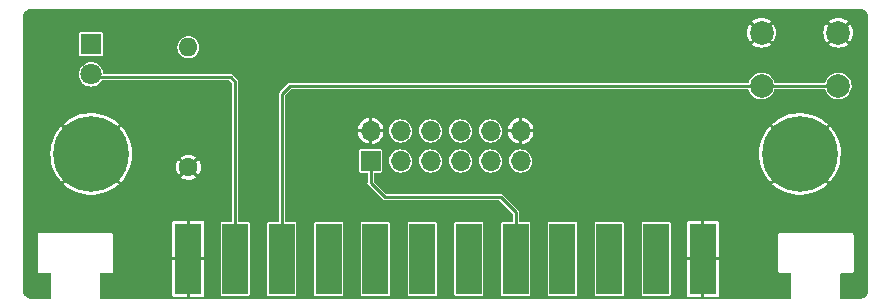
<source format=gtl>
%TF.GenerationSoftware,KiCad,Pcbnew,(6.0.2)*%
%TF.CreationDate,2022-04-04T11:24:22-04:00*%
%TF.ProjectId,xum1541-parallel-adapter,78756d31-3534-4312-9d70-6172616c6c65,1*%
%TF.SameCoordinates,Original*%
%TF.FileFunction,Copper,L1,Top*%
%TF.FilePolarity,Positive*%
%FSLAX46Y46*%
G04 Gerber Fmt 4.6, Leading zero omitted, Abs format (unit mm)*
G04 Created by KiCad (PCBNEW (6.0.2)) date 2022-04-04 11:24:22*
%MOMM*%
%LPD*%
G01*
G04 APERTURE LIST*
%TA.AperFunction,SMDPad,CuDef*%
%ADD10R,2.200000X6.000000*%
%TD*%
%TA.AperFunction,ComponentPad*%
%ADD11C,6.400000*%
%TD*%
%TA.AperFunction,ComponentPad*%
%ADD12R,1.700000X1.700000*%
%TD*%
%TA.AperFunction,ComponentPad*%
%ADD13O,1.700000X1.700000*%
%TD*%
%TA.AperFunction,ComponentPad*%
%ADD14C,1.600000*%
%TD*%
%TA.AperFunction,ComponentPad*%
%ADD15O,1.600000X1.600000*%
%TD*%
%TA.AperFunction,ComponentPad*%
%ADD16C,2.000000*%
%TD*%
%TA.AperFunction,ComponentPad*%
%ADD17R,1.800000X1.800000*%
%TD*%
%TA.AperFunction,ComponentPad*%
%ADD18C,1.800000*%
%TD*%
%TA.AperFunction,Conductor*%
%ADD19C,0.254000*%
%TD*%
G04 APERTURE END LIST*
D10*
X106681000Y-99018000D03*
X110641000Y-99018000D03*
X114601000Y-99018000D03*
X118561000Y-99018000D03*
X122521000Y-99018000D03*
X126481000Y-99018000D03*
X130441000Y-99018000D03*
X134401000Y-99018000D03*
X138361000Y-99018000D03*
X142321000Y-99018000D03*
X146281000Y-99018000D03*
X150241000Y-99018000D03*
D11*
X158461000Y-90118000D03*
D12*
X122111000Y-90718000D03*
D13*
X122111000Y-88178000D03*
X124651000Y-90718000D03*
X124651000Y-88178000D03*
X127191000Y-90718000D03*
X127191000Y-88178000D03*
X129731000Y-90718000D03*
X129731000Y-88178000D03*
X132271000Y-90718000D03*
X132271000Y-88178000D03*
X134811000Y-90718000D03*
X134811000Y-88178000D03*
D14*
X106681000Y-91253000D03*
D15*
X106681000Y-81093000D03*
D16*
X161711000Y-79868000D03*
X155211000Y-79868000D03*
X161711000Y-84368000D03*
X155211000Y-84368000D03*
D17*
X98461000Y-80843000D03*
D18*
X98461000Y-83383000D03*
D11*
X98461000Y-90118000D03*
D19*
X98461000Y-83633000D02*
X110276000Y-83633000D01*
X110641000Y-99018000D02*
X110641000Y-83998000D01*
X110641000Y-83998000D02*
X110276000Y-83633000D01*
X134401000Y-99018000D02*
X134401000Y-95037999D01*
X122111000Y-90718000D02*
X122111000Y-92547999D01*
X133156000Y-93792999D02*
X123356000Y-93792999D01*
X122111000Y-92547999D02*
X123356000Y-93792999D01*
X134401000Y-95037999D02*
X133156000Y-93792999D01*
X161711000Y-84368000D02*
X155211000Y-84368000D01*
X114601000Y-85028000D02*
X114601000Y-99018000D01*
X115261000Y-84368000D02*
X114601000Y-85028000D01*
X155211000Y-84368000D02*
X115261000Y-84368000D01*
%TA.AperFunction,Conductor*%
G36*
X163445190Y-77819590D02*
G01*
X163452973Y-77821379D01*
X163460642Y-77823143D01*
X163467507Y-77821589D01*
X163469503Y-77821593D01*
X163486647Y-77820526D01*
X163497196Y-77821565D01*
X163610948Y-77832769D01*
X163622957Y-77835157D01*
X163738235Y-77870126D01*
X163761259Y-77877110D01*
X163772578Y-77881799D01*
X163900028Y-77949923D01*
X163910215Y-77956730D01*
X164021927Y-78048409D01*
X164030591Y-78057073D01*
X164122270Y-78168785D01*
X164129077Y-78178972D01*
X164197201Y-78306422D01*
X164201890Y-78317741D01*
X164235852Y-78429698D01*
X164243842Y-78456039D01*
X164246232Y-78468056D01*
X164258431Y-78591920D01*
X164257441Y-78607399D01*
X164257435Y-78610780D01*
X164255857Y-78617642D01*
X164257410Y-78624505D01*
X164257410Y-78624507D01*
X164259459Y-78633561D01*
X164261000Y-78647354D01*
X164261000Y-101588184D01*
X164259410Y-101602190D01*
X164255857Y-101617642D01*
X164257411Y-101624507D01*
X164257407Y-101626503D01*
X164258474Y-101643647D01*
X164246232Y-101767944D01*
X164243843Y-101779957D01*
X164208874Y-101895235D01*
X164201890Y-101918259D01*
X164197201Y-101929578D01*
X164129077Y-102057028D01*
X164122270Y-102067215D01*
X164030591Y-102178927D01*
X164021927Y-102187591D01*
X163910215Y-102279270D01*
X163900028Y-102286077D01*
X163772578Y-102354201D01*
X163761258Y-102358890D01*
X163622957Y-102400843D01*
X163610948Y-102403231D01*
X163530093Y-102411195D01*
X163487080Y-102415431D01*
X163471601Y-102414441D01*
X163468220Y-102414435D01*
X163461358Y-102412857D01*
X163454495Y-102414410D01*
X163454493Y-102414410D01*
X163445439Y-102416459D01*
X163431646Y-102418000D01*
X161948500Y-102418000D01*
X161904306Y-102399694D01*
X161886000Y-102355500D01*
X161886000Y-100280500D01*
X161904306Y-100236306D01*
X161948500Y-100218000D01*
X162800123Y-100218000D01*
X162844411Y-100218039D01*
X162844412Y-100218039D01*
X162851449Y-100218045D01*
X162857794Y-100214998D01*
X162857795Y-100214998D01*
X162866034Y-100211042D01*
X162879188Y-100206448D01*
X162879776Y-100206314D01*
X162894962Y-100202850D01*
X162907435Y-100192911D01*
X162919329Y-100185450D01*
X162933705Y-100178547D01*
X162938102Y-100173049D01*
X162943813Y-100165908D01*
X162953673Y-100156065D01*
X162953989Y-100155813D01*
X162966323Y-100145985D01*
X162969380Y-100139648D01*
X162969382Y-100139645D01*
X162973251Y-100131622D01*
X162980735Y-100119738D01*
X162980978Y-100119435D01*
X162990694Y-100107285D01*
X162992271Y-100100428D01*
X162992273Y-100100423D01*
X162994322Y-100091511D01*
X162998938Y-100078366D01*
X162999098Y-100078034D01*
X163005965Y-100063798D01*
X163005985Y-100040799D01*
X163005986Y-100040783D01*
X163006000Y-100040723D01*
X163006000Y-100023877D01*
X163006045Y-99972551D01*
X163006007Y-99972472D01*
X163006000Y-99972407D01*
X163006000Y-97023877D01*
X163006039Y-96979589D01*
X163006039Y-96979588D01*
X163006045Y-96972551D01*
X163002834Y-96965864D01*
X162999042Y-96957966D01*
X162994448Y-96944812D01*
X162992415Y-96935901D01*
X162990850Y-96929038D01*
X162980911Y-96916565D01*
X162973450Y-96904671D01*
X162966547Y-96890295D01*
X162961049Y-96885898D01*
X162953908Y-96880187D01*
X162944065Y-96870327D01*
X162943878Y-96870092D01*
X162933985Y-96857677D01*
X162927648Y-96854620D01*
X162927645Y-96854618D01*
X162919622Y-96850749D01*
X162907738Y-96843265D01*
X162900782Y-96837702D01*
X162895285Y-96833306D01*
X162888428Y-96831729D01*
X162888423Y-96831727D01*
X162879511Y-96829678D01*
X162866366Y-96825062D01*
X162866150Y-96824958D01*
X162851798Y-96818035D01*
X162830114Y-96818016D01*
X162828799Y-96818015D01*
X162828783Y-96818014D01*
X162828723Y-96818000D01*
X162811877Y-96818000D01*
X162760808Y-96817955D01*
X162760551Y-96817955D01*
X162760472Y-96817993D01*
X162760407Y-96818000D01*
X156811877Y-96818000D01*
X156767589Y-96817961D01*
X156767588Y-96817961D01*
X156760551Y-96817955D01*
X156754206Y-96821002D01*
X156754205Y-96821002D01*
X156745966Y-96824958D01*
X156732812Y-96829552D01*
X156717038Y-96833150D01*
X156711532Y-96837537D01*
X156711533Y-96837537D01*
X156704565Y-96843089D01*
X156692672Y-96850549D01*
X156678295Y-96857453D01*
X156673899Y-96862950D01*
X156673898Y-96862951D01*
X156668187Y-96870092D01*
X156658327Y-96879935D01*
X156645677Y-96890015D01*
X156642620Y-96896352D01*
X156642618Y-96896355D01*
X156638749Y-96904378D01*
X156631266Y-96916261D01*
X156621306Y-96928715D01*
X156619729Y-96935572D01*
X156619727Y-96935577D01*
X156617678Y-96944489D01*
X156613062Y-96957634D01*
X156606035Y-96972202D01*
X156606029Y-96979239D01*
X156606015Y-96995201D01*
X156606014Y-96995217D01*
X156606000Y-96995277D01*
X156606000Y-97012123D01*
X156605955Y-97063449D01*
X156605993Y-97063528D01*
X156606000Y-97063593D01*
X156606000Y-100012123D01*
X156605955Y-100063449D01*
X156609002Y-100069794D01*
X156609002Y-100069795D01*
X156612958Y-100078034D01*
X156617552Y-100091188D01*
X156621150Y-100106962D01*
X156625537Y-100112467D01*
X156631089Y-100119435D01*
X156638549Y-100131328D01*
X156645453Y-100145705D01*
X156650950Y-100150101D01*
X156650951Y-100150102D01*
X156658092Y-100155813D01*
X156667935Y-100165673D01*
X156678015Y-100178323D01*
X156684352Y-100181380D01*
X156684355Y-100181382D01*
X156692378Y-100185251D01*
X156704261Y-100192734D01*
X156716715Y-100202694D01*
X156723572Y-100204271D01*
X156723577Y-100204273D01*
X156732489Y-100206322D01*
X156745634Y-100210938D01*
X156760202Y-100217965D01*
X156781886Y-100217984D01*
X156783201Y-100217985D01*
X156783217Y-100217986D01*
X156783277Y-100218000D01*
X156800123Y-100218000D01*
X156851192Y-100218045D01*
X156851449Y-100218045D01*
X156851528Y-100218007D01*
X156851593Y-100218000D01*
X157663500Y-100218000D01*
X157707694Y-100236306D01*
X157726000Y-100280500D01*
X157726000Y-102355500D01*
X157707694Y-102399694D01*
X157663500Y-102418000D01*
X99258500Y-102418000D01*
X99214306Y-102399694D01*
X99196000Y-102355500D01*
X99196000Y-102039945D01*
X105327001Y-102039945D01*
X105327600Y-102046030D01*
X105340536Y-102111068D01*
X105345157Y-102122224D01*
X105394457Y-102196007D01*
X105402993Y-102204543D01*
X105476775Y-102253843D01*
X105487933Y-102258464D01*
X105552970Y-102271401D01*
X105559054Y-102272000D01*
X106541569Y-102272000D01*
X106550359Y-102268359D01*
X106554000Y-102259569D01*
X106554000Y-102259568D01*
X106808000Y-102259568D01*
X106811641Y-102268358D01*
X106820431Y-102271999D01*
X107802945Y-102271999D01*
X107809030Y-102271400D01*
X107874068Y-102258464D01*
X107885224Y-102253843D01*
X107959007Y-102204543D01*
X107967543Y-102196007D01*
X108016843Y-102122225D01*
X108021464Y-102111067D01*
X108034401Y-102046030D01*
X108035000Y-102039946D01*
X108035000Y-99157431D01*
X108031359Y-99148641D01*
X108022569Y-99145000D01*
X106820431Y-99145000D01*
X106811641Y-99148641D01*
X106808000Y-99157431D01*
X106808000Y-102259568D01*
X106554000Y-102259568D01*
X106554000Y-99157431D01*
X106550359Y-99148641D01*
X106541569Y-99145000D01*
X105339432Y-99145000D01*
X105330642Y-99148641D01*
X105327001Y-99157431D01*
X105327001Y-102039945D01*
X99196000Y-102039945D01*
X99196000Y-100280500D01*
X99214306Y-100236306D01*
X99258500Y-100218000D01*
X100110123Y-100218000D01*
X100154411Y-100218039D01*
X100154412Y-100218039D01*
X100161449Y-100218045D01*
X100167794Y-100214998D01*
X100167795Y-100214998D01*
X100176034Y-100211042D01*
X100189188Y-100206448D01*
X100189776Y-100206314D01*
X100204962Y-100202850D01*
X100217435Y-100192911D01*
X100229329Y-100185450D01*
X100243705Y-100178547D01*
X100248102Y-100173049D01*
X100253813Y-100165908D01*
X100263673Y-100156065D01*
X100263989Y-100155813D01*
X100276323Y-100145985D01*
X100279380Y-100139648D01*
X100279382Y-100139645D01*
X100283251Y-100131622D01*
X100290735Y-100119738D01*
X100290978Y-100119435D01*
X100300694Y-100107285D01*
X100302271Y-100100428D01*
X100302273Y-100100423D01*
X100304322Y-100091511D01*
X100308938Y-100078366D01*
X100309098Y-100078034D01*
X100315965Y-100063798D01*
X100315985Y-100040799D01*
X100315986Y-100040783D01*
X100316000Y-100040723D01*
X100316000Y-100023877D01*
X100316045Y-99972551D01*
X100316007Y-99972472D01*
X100316000Y-99972407D01*
X100316000Y-98878569D01*
X105327000Y-98878569D01*
X105330641Y-98887359D01*
X105339431Y-98891000D01*
X106541569Y-98891000D01*
X106550359Y-98887359D01*
X106554000Y-98878569D01*
X106808000Y-98878569D01*
X106811641Y-98887359D01*
X106820431Y-98891000D01*
X108022568Y-98891000D01*
X108031358Y-98887359D01*
X108034999Y-98878569D01*
X108034999Y-95996055D01*
X108034400Y-95989970D01*
X108021464Y-95924932D01*
X108016843Y-95913776D01*
X107967543Y-95839993D01*
X107959007Y-95831457D01*
X107885225Y-95782157D01*
X107874067Y-95777536D01*
X107809030Y-95764599D01*
X107802946Y-95764000D01*
X106820431Y-95764000D01*
X106811641Y-95767641D01*
X106808000Y-95776431D01*
X106808000Y-98878569D01*
X106554000Y-98878569D01*
X106554000Y-95776432D01*
X106550359Y-95767642D01*
X106541569Y-95764001D01*
X105559055Y-95764001D01*
X105552970Y-95764600D01*
X105487932Y-95777536D01*
X105476776Y-95782157D01*
X105402993Y-95831457D01*
X105394457Y-95839993D01*
X105345157Y-95913775D01*
X105340536Y-95924933D01*
X105327599Y-95989970D01*
X105327000Y-95996054D01*
X105327000Y-98878569D01*
X100316000Y-98878569D01*
X100316000Y-97023877D01*
X100316039Y-96979589D01*
X100316039Y-96979588D01*
X100316045Y-96972551D01*
X100312834Y-96965864D01*
X100309042Y-96957966D01*
X100304448Y-96944812D01*
X100302415Y-96935901D01*
X100300850Y-96929038D01*
X100290911Y-96916565D01*
X100283450Y-96904671D01*
X100276547Y-96890295D01*
X100271049Y-96885898D01*
X100263908Y-96880187D01*
X100254065Y-96870327D01*
X100253878Y-96870092D01*
X100243985Y-96857677D01*
X100237648Y-96854620D01*
X100237645Y-96854618D01*
X100229622Y-96850749D01*
X100217738Y-96843265D01*
X100210782Y-96837702D01*
X100205285Y-96833306D01*
X100198428Y-96831729D01*
X100198423Y-96831727D01*
X100189511Y-96829678D01*
X100176366Y-96825062D01*
X100176150Y-96824958D01*
X100161798Y-96818035D01*
X100140114Y-96818016D01*
X100138799Y-96818015D01*
X100138783Y-96818014D01*
X100138723Y-96818000D01*
X100121877Y-96818000D01*
X100070808Y-96817955D01*
X100070551Y-96817955D01*
X100070472Y-96817993D01*
X100070407Y-96818000D01*
X94121877Y-96818000D01*
X94077589Y-96817961D01*
X94077588Y-96817961D01*
X94070551Y-96817955D01*
X94064206Y-96821002D01*
X94064205Y-96821002D01*
X94055966Y-96824958D01*
X94042812Y-96829552D01*
X94027038Y-96833150D01*
X94021532Y-96837537D01*
X94021533Y-96837537D01*
X94014565Y-96843089D01*
X94002672Y-96850549D01*
X93988295Y-96857453D01*
X93983899Y-96862950D01*
X93983898Y-96862951D01*
X93978187Y-96870092D01*
X93968327Y-96879935D01*
X93955677Y-96890015D01*
X93952620Y-96896352D01*
X93952618Y-96896355D01*
X93948749Y-96904378D01*
X93941266Y-96916261D01*
X93931306Y-96928715D01*
X93929729Y-96935572D01*
X93929727Y-96935577D01*
X93927678Y-96944489D01*
X93923062Y-96957634D01*
X93916035Y-96972202D01*
X93916029Y-96979239D01*
X93916015Y-96995201D01*
X93916014Y-96995217D01*
X93916000Y-96995277D01*
X93916000Y-97012123D01*
X93915955Y-97063449D01*
X93915993Y-97063528D01*
X93916000Y-97063593D01*
X93916000Y-100012123D01*
X93915955Y-100063449D01*
X93919002Y-100069794D01*
X93919002Y-100069795D01*
X93922958Y-100078034D01*
X93927552Y-100091188D01*
X93931150Y-100106962D01*
X93935537Y-100112467D01*
X93941089Y-100119435D01*
X93948549Y-100131328D01*
X93955453Y-100145705D01*
X93960950Y-100150101D01*
X93960951Y-100150102D01*
X93968092Y-100155813D01*
X93977935Y-100165673D01*
X93988015Y-100178323D01*
X93994352Y-100181380D01*
X93994355Y-100181382D01*
X94002378Y-100185251D01*
X94014261Y-100192734D01*
X94026715Y-100202694D01*
X94033572Y-100204271D01*
X94033577Y-100204273D01*
X94042489Y-100206322D01*
X94055634Y-100210938D01*
X94070202Y-100217965D01*
X94091886Y-100217984D01*
X94093201Y-100217985D01*
X94093217Y-100217986D01*
X94093277Y-100218000D01*
X94110123Y-100218000D01*
X94161192Y-100218045D01*
X94161449Y-100218045D01*
X94161528Y-100218007D01*
X94161593Y-100218000D01*
X94973500Y-100218000D01*
X95017694Y-100236306D01*
X95036000Y-100280500D01*
X95036000Y-102355500D01*
X95017694Y-102399694D01*
X94973500Y-102418000D01*
X93490816Y-102418000D01*
X93476810Y-102416410D01*
X93468220Y-102414435D01*
X93461358Y-102412857D01*
X93454493Y-102414411D01*
X93452497Y-102414407D01*
X93435353Y-102415474D01*
X93408782Y-102412857D01*
X93311052Y-102403231D01*
X93299043Y-102400843D01*
X93160742Y-102358890D01*
X93149422Y-102354201D01*
X93021972Y-102286077D01*
X93011785Y-102279270D01*
X92900073Y-102187591D01*
X92891409Y-102178927D01*
X92799730Y-102067215D01*
X92792923Y-102057028D01*
X92724799Y-101929578D01*
X92720110Y-101918259D01*
X92713126Y-101895235D01*
X92678157Y-101779957D01*
X92675768Y-101767944D01*
X92663569Y-101644080D01*
X92664559Y-101628601D01*
X92664565Y-101625220D01*
X92666143Y-101618358D01*
X92664429Y-101610780D01*
X92662541Y-101602439D01*
X92661000Y-101588646D01*
X92661000Y-92648363D01*
X96115166Y-92648363D01*
X96119112Y-92657592D01*
X96208698Y-92743204D01*
X96211262Y-92745401D01*
X96505407Y-92971107D01*
X96508174Y-92973001D01*
X96824967Y-93165615D01*
X96827944Y-93167211D01*
X97163686Y-93324484D01*
X97166801Y-93325742D01*
X97517558Y-93445832D01*
X97520816Y-93446754D01*
X97882489Y-93528261D01*
X97885814Y-93528823D01*
X98254169Y-93570792D01*
X98257551Y-93570993D01*
X98628291Y-93572934D01*
X98631648Y-93572770D01*
X99000432Y-93534660D01*
X99003780Y-93534130D01*
X99366269Y-93456419D01*
X99369542Y-93455531D01*
X99721527Y-93339122D01*
X99724675Y-93337888D01*
X100062036Y-93184144D01*
X100065029Y-93182579D01*
X100383821Y-92993295D01*
X100386617Y-92991423D01*
X100683096Y-92768820D01*
X100685680Y-92766652D01*
X100802840Y-92657016D01*
X100806519Y-92648906D01*
X100802744Y-92639349D01*
X98469790Y-90306395D01*
X98461000Y-90302754D01*
X98452210Y-90306395D01*
X96118647Y-92639958D01*
X96115166Y-92648363D01*
X92661000Y-92648363D01*
X92661000Y-90107623D01*
X95002034Y-90107623D01*
X95020791Y-90477886D01*
X95021144Y-90481243D01*
X95079780Y-90847320D01*
X95080492Y-90850613D01*
X95178322Y-91208219D01*
X95179391Y-91211432D01*
X95315268Y-91556377D01*
X95316669Y-91559437D01*
X95489013Y-91887704D01*
X95490733Y-91890590D01*
X95697516Y-92198316D01*
X95699550Y-92201015D01*
X95919575Y-92462303D01*
X95928024Y-92466682D01*
X95934892Y-92464503D01*
X98272605Y-90126790D01*
X98276246Y-90118000D01*
X98645754Y-90118000D01*
X98649395Y-90126790D01*
X100984509Y-92461904D01*
X100992020Y-92465015D01*
X101002203Y-92460342D01*
X101200477Y-92229828D01*
X101202551Y-92227135D01*
X101301400Y-92083308D01*
X106035446Y-92083308D01*
X106038250Y-92090077D01*
X106074228Y-92120697D01*
X106079227Y-92124171D01*
X106254324Y-92222030D01*
X106259895Y-92224464D01*
X106450661Y-92286448D01*
X106456618Y-92287757D01*
X106655785Y-92311506D01*
X106661865Y-92311634D01*
X106861863Y-92296245D01*
X106867855Y-92295188D01*
X107061058Y-92241245D01*
X107066721Y-92239048D01*
X107245774Y-92148602D01*
X107250896Y-92145352D01*
X107321296Y-92090349D01*
X107325980Y-92082069D01*
X107324260Y-92075865D01*
X106689790Y-91441395D01*
X106681000Y-91437754D01*
X106672210Y-91441395D01*
X106039087Y-92074518D01*
X106035446Y-92083308D01*
X101301400Y-92083308D01*
X101412533Y-91921609D01*
X101414298Y-91918719D01*
X101590065Y-91592284D01*
X101591498Y-91589239D01*
X101730981Y-91245733D01*
X101732082Y-91242536D01*
X101732445Y-91241260D01*
X105622259Y-91241260D01*
X105639044Y-91441147D01*
X105640140Y-91447121D01*
X105695434Y-91639950D01*
X105697667Y-91645592D01*
X105789364Y-91824014D01*
X105792649Y-91829112D01*
X105843571Y-91893359D01*
X105851885Y-91897987D01*
X105858210Y-91896185D01*
X106492605Y-91261790D01*
X106496246Y-91253000D01*
X106865754Y-91253000D01*
X106869395Y-91261790D01*
X107502747Y-91895142D01*
X107510288Y-91898265D01*
X107520441Y-91893617D01*
X107544439Y-91865814D01*
X107547950Y-91860837D01*
X107647024Y-91686437D01*
X107649501Y-91680873D01*
X107712818Y-91490537D01*
X107714164Y-91484613D01*
X107739467Y-91284314D01*
X107739711Y-91280819D01*
X107740076Y-91254738D01*
X107739931Y-91251272D01*
X107720228Y-91050326D01*
X107719046Y-91044358D01*
X107661071Y-90852336D01*
X107658751Y-90846708D01*
X107564582Y-90669601D01*
X107561216Y-90664536D01*
X107518696Y-90612401D01*
X107510317Y-90607890D01*
X107503742Y-90609863D01*
X106869395Y-91244210D01*
X106865754Y-91253000D01*
X106496246Y-91253000D01*
X106492605Y-91244210D01*
X105859674Y-90611279D01*
X105850884Y-90607638D01*
X105844262Y-90610381D01*
X105809086Y-90652302D01*
X105805649Y-90657323D01*
X105709018Y-90833095D01*
X105706619Y-90838693D01*
X105645969Y-91029886D01*
X105644703Y-91035840D01*
X105622344Y-91235171D01*
X105622259Y-91241260D01*
X101732445Y-91241260D01*
X101833648Y-90885985D01*
X101834400Y-90882675D01*
X101896862Y-90517255D01*
X101897253Y-90513876D01*
X101902762Y-90423802D01*
X106035971Y-90423802D01*
X106037857Y-90430252D01*
X106672210Y-91064605D01*
X106681000Y-91068246D01*
X106689790Y-91064605D01*
X107322564Y-90431831D01*
X107326205Y-90423041D01*
X107323520Y-90416560D01*
X107275598Y-90376916D01*
X107270549Y-90373511D01*
X107094112Y-90278112D01*
X107088494Y-90275750D01*
X106896877Y-90216434D01*
X106890928Y-90215213D01*
X106691426Y-90194245D01*
X106685357Y-90194202D01*
X106485582Y-90212384D01*
X106479615Y-90213522D01*
X106287190Y-90270156D01*
X106281544Y-90272437D01*
X106103782Y-90365368D01*
X106098694Y-90368698D01*
X106040541Y-90415455D01*
X106035971Y-90423802D01*
X101902762Y-90423802D01*
X101919934Y-90143055D01*
X101919992Y-90141254D01*
X101920070Y-90118886D01*
X101920025Y-90117117D01*
X101899932Y-89746098D01*
X101899568Y-89742756D01*
X101839655Y-89376889D01*
X101838929Y-89373585D01*
X101739851Y-89016322D01*
X101738777Y-89013129D01*
X101601694Y-88668655D01*
X101600277Y-88665590D01*
X101426798Y-88337945D01*
X101425055Y-88335044D01*
X101217202Y-88028047D01*
X101215161Y-88025358D01*
X101002056Y-87774071D01*
X100993593Y-87769722D01*
X100986656Y-87771949D01*
X98649395Y-90109210D01*
X98645754Y-90118000D01*
X98276246Y-90118000D01*
X98272605Y-90109210D01*
X95937148Y-87773753D01*
X95928358Y-87770112D01*
X95921552Y-87772931D01*
X95714163Y-88015754D01*
X95712108Y-88018442D01*
X95503190Y-88324704D01*
X95501434Y-88327603D01*
X95326814Y-88654637D01*
X95325384Y-88657703D01*
X95187102Y-89001689D01*
X95186011Y-89004894D01*
X95085693Y-89361790D01*
X95084953Y-89365099D01*
X95023763Y-89730755D01*
X95023386Y-89734112D01*
X95002046Y-90104225D01*
X95002034Y-90107623D01*
X92661000Y-90107623D01*
X92661000Y-87587089D01*
X96115409Y-87587089D01*
X96119170Y-87596565D01*
X98452210Y-89929605D01*
X98461000Y-89933246D01*
X98469790Y-89929605D01*
X100803248Y-87596147D01*
X100806705Y-87587801D01*
X100802711Y-87578506D01*
X100704118Y-87484944D01*
X100701551Y-87482760D01*
X100406631Y-87258092D01*
X100403843Y-87256197D01*
X100086379Y-87064691D01*
X100083405Y-87063109D01*
X99747123Y-86907013D01*
X99743988Y-86905758D01*
X99392801Y-86786888D01*
X99389577Y-86785987D01*
X99027602Y-86705740D01*
X99024280Y-86705190D01*
X98655771Y-86664506D01*
X98652398Y-86664318D01*
X98281652Y-86663671D01*
X98278287Y-86663847D01*
X97909649Y-86703243D01*
X97906296Y-86703787D01*
X97544081Y-86782762D01*
X97540812Y-86783663D01*
X97189242Y-86901296D01*
X97186092Y-86902543D01*
X96849271Y-87057463D01*
X96846279Y-87059041D01*
X96528172Y-87249425D01*
X96525353Y-87251326D01*
X96229660Y-87474957D01*
X96227093Y-87477126D01*
X96119085Y-87578907D01*
X96115409Y-87587089D01*
X92661000Y-87587089D01*
X92661000Y-83368584D01*
X97428629Y-83368584D01*
X97445490Y-83569381D01*
X97456672Y-83608377D01*
X97497652Y-83751289D01*
X97501032Y-83763078D01*
X97593139Y-83942299D01*
X97718302Y-84100215D01*
X97720626Y-84102193D01*
X97720628Y-84102195D01*
X97800673Y-84170319D01*
X97871754Y-84230814D01*
X98047651Y-84329119D01*
X98050555Y-84330063D01*
X98050556Y-84330063D01*
X98236379Y-84390441D01*
X98236384Y-84390442D01*
X98239292Y-84391387D01*
X98439378Y-84415246D01*
X98442420Y-84415012D01*
X98442423Y-84415012D01*
X98637236Y-84400021D01*
X98637238Y-84400021D01*
X98640287Y-84399786D01*
X98834367Y-84345598D01*
X98837090Y-84344223D01*
X98837094Y-84344221D01*
X99011506Y-84256119D01*
X99014226Y-84254745D01*
X99016624Y-84252872D01*
X99016628Y-84252869D01*
X99136920Y-84158886D01*
X99173013Y-84130687D01*
X99176140Y-84127065D01*
X99302681Y-83980465D01*
X99302682Y-83980463D01*
X99304679Y-83978150D01*
X99338208Y-83919129D01*
X99375953Y-83889744D01*
X99392551Y-83887500D01*
X110144694Y-83887500D01*
X110188888Y-83905806D01*
X110368194Y-84085112D01*
X110386500Y-84129306D01*
X110386500Y-95828000D01*
X110368194Y-95872194D01*
X110324000Y-95890500D01*
X109528442Y-95890500D01*
X109525431Y-95891099D01*
X109497287Y-95896697D01*
X109497285Y-95896698D01*
X109491252Y-95897898D01*
X109449078Y-95926078D01*
X109420898Y-95968252D01*
X109419698Y-95974285D01*
X109419697Y-95974287D01*
X109415367Y-95996055D01*
X109413500Y-96005442D01*
X109413500Y-102030558D01*
X109414099Y-102033569D01*
X109418766Y-102057028D01*
X109420898Y-102067748D01*
X109449078Y-102109922D01*
X109491252Y-102138102D01*
X109497285Y-102139302D01*
X109497287Y-102139303D01*
X109523384Y-102144494D01*
X109528442Y-102145500D01*
X111753558Y-102145500D01*
X111758616Y-102144494D01*
X111784713Y-102139303D01*
X111784715Y-102139302D01*
X111790748Y-102138102D01*
X111832922Y-102109922D01*
X111861102Y-102067748D01*
X111863235Y-102057028D01*
X111867901Y-102033569D01*
X111868500Y-102030558D01*
X113373500Y-102030558D01*
X113374099Y-102033569D01*
X113378766Y-102057028D01*
X113380898Y-102067748D01*
X113409078Y-102109922D01*
X113451252Y-102138102D01*
X113457285Y-102139302D01*
X113457287Y-102139303D01*
X113483384Y-102144494D01*
X113488442Y-102145500D01*
X115713558Y-102145500D01*
X115718616Y-102144494D01*
X115744713Y-102139303D01*
X115744715Y-102139302D01*
X115750748Y-102138102D01*
X115792922Y-102109922D01*
X115821102Y-102067748D01*
X115823235Y-102057028D01*
X115827901Y-102033569D01*
X115828500Y-102030558D01*
X117333500Y-102030558D01*
X117334099Y-102033569D01*
X117338766Y-102057028D01*
X117340898Y-102067748D01*
X117369078Y-102109922D01*
X117411252Y-102138102D01*
X117417285Y-102139302D01*
X117417287Y-102139303D01*
X117443384Y-102144494D01*
X117448442Y-102145500D01*
X119673558Y-102145500D01*
X119678616Y-102144494D01*
X119704713Y-102139303D01*
X119704715Y-102139302D01*
X119710748Y-102138102D01*
X119752922Y-102109922D01*
X119781102Y-102067748D01*
X119783235Y-102057028D01*
X119787901Y-102033569D01*
X119788500Y-102030558D01*
X121293500Y-102030558D01*
X121294099Y-102033569D01*
X121298766Y-102057028D01*
X121300898Y-102067748D01*
X121329078Y-102109922D01*
X121371252Y-102138102D01*
X121377285Y-102139302D01*
X121377287Y-102139303D01*
X121403384Y-102144494D01*
X121408442Y-102145500D01*
X123633558Y-102145500D01*
X123638616Y-102144494D01*
X123664713Y-102139303D01*
X123664715Y-102139302D01*
X123670748Y-102138102D01*
X123712922Y-102109922D01*
X123741102Y-102067748D01*
X123743235Y-102057028D01*
X123747901Y-102033569D01*
X123748500Y-102030558D01*
X125253500Y-102030558D01*
X125254099Y-102033569D01*
X125258766Y-102057028D01*
X125260898Y-102067748D01*
X125289078Y-102109922D01*
X125331252Y-102138102D01*
X125337285Y-102139302D01*
X125337287Y-102139303D01*
X125363384Y-102144494D01*
X125368442Y-102145500D01*
X127593558Y-102145500D01*
X127598616Y-102144494D01*
X127624713Y-102139303D01*
X127624715Y-102139302D01*
X127630748Y-102138102D01*
X127672922Y-102109922D01*
X127701102Y-102067748D01*
X127703235Y-102057028D01*
X127707901Y-102033569D01*
X127708500Y-102030558D01*
X129213500Y-102030558D01*
X129214099Y-102033569D01*
X129218766Y-102057028D01*
X129220898Y-102067748D01*
X129249078Y-102109922D01*
X129291252Y-102138102D01*
X129297285Y-102139302D01*
X129297287Y-102139303D01*
X129323384Y-102144494D01*
X129328442Y-102145500D01*
X131553558Y-102145500D01*
X131558616Y-102144494D01*
X131584713Y-102139303D01*
X131584715Y-102139302D01*
X131590748Y-102138102D01*
X131632922Y-102109922D01*
X131661102Y-102067748D01*
X131663235Y-102057028D01*
X131667901Y-102033569D01*
X131668500Y-102030558D01*
X131668500Y-96005442D01*
X131666633Y-95996055D01*
X131662303Y-95974287D01*
X131662302Y-95974285D01*
X131661102Y-95968252D01*
X131632922Y-95926078D01*
X131590748Y-95897898D01*
X131584715Y-95896698D01*
X131584713Y-95896697D01*
X131556569Y-95891099D01*
X131553558Y-95890500D01*
X129328442Y-95890500D01*
X129325431Y-95891099D01*
X129297287Y-95896697D01*
X129297285Y-95896698D01*
X129291252Y-95897898D01*
X129249078Y-95926078D01*
X129220898Y-95968252D01*
X129219698Y-95974285D01*
X129219697Y-95974287D01*
X129215367Y-95996055D01*
X129213500Y-96005442D01*
X129213500Y-102030558D01*
X127708500Y-102030558D01*
X127708500Y-96005442D01*
X127706633Y-95996055D01*
X127702303Y-95974287D01*
X127702302Y-95974285D01*
X127701102Y-95968252D01*
X127672922Y-95926078D01*
X127630748Y-95897898D01*
X127624715Y-95896698D01*
X127624713Y-95896697D01*
X127596569Y-95891099D01*
X127593558Y-95890500D01*
X125368442Y-95890500D01*
X125365431Y-95891099D01*
X125337287Y-95896697D01*
X125337285Y-95896698D01*
X125331252Y-95897898D01*
X125289078Y-95926078D01*
X125260898Y-95968252D01*
X125259698Y-95974285D01*
X125259697Y-95974287D01*
X125255367Y-95996055D01*
X125253500Y-96005442D01*
X125253500Y-102030558D01*
X123748500Y-102030558D01*
X123748500Y-96005442D01*
X123746633Y-95996055D01*
X123742303Y-95974287D01*
X123742302Y-95974285D01*
X123741102Y-95968252D01*
X123712922Y-95926078D01*
X123670748Y-95897898D01*
X123664715Y-95896698D01*
X123664713Y-95896697D01*
X123636569Y-95891099D01*
X123633558Y-95890500D01*
X121408442Y-95890500D01*
X121405431Y-95891099D01*
X121377287Y-95896697D01*
X121377285Y-95896698D01*
X121371252Y-95897898D01*
X121329078Y-95926078D01*
X121300898Y-95968252D01*
X121299698Y-95974285D01*
X121299697Y-95974287D01*
X121295367Y-95996055D01*
X121293500Y-96005442D01*
X121293500Y-102030558D01*
X119788500Y-102030558D01*
X119788500Y-96005442D01*
X119786633Y-95996055D01*
X119782303Y-95974287D01*
X119782302Y-95974285D01*
X119781102Y-95968252D01*
X119752922Y-95926078D01*
X119710748Y-95897898D01*
X119704715Y-95896698D01*
X119704713Y-95896697D01*
X119676569Y-95891099D01*
X119673558Y-95890500D01*
X117448442Y-95890500D01*
X117445431Y-95891099D01*
X117417287Y-95896697D01*
X117417285Y-95896698D01*
X117411252Y-95897898D01*
X117369078Y-95926078D01*
X117340898Y-95968252D01*
X117339698Y-95974285D01*
X117339697Y-95974287D01*
X117335367Y-95996055D01*
X117333500Y-96005442D01*
X117333500Y-102030558D01*
X115828500Y-102030558D01*
X115828500Y-96005442D01*
X115826633Y-95996055D01*
X115822303Y-95974287D01*
X115822302Y-95974285D01*
X115821102Y-95968252D01*
X115792922Y-95926078D01*
X115750748Y-95897898D01*
X115744715Y-95896698D01*
X115744713Y-95896697D01*
X115716569Y-95891099D01*
X115713558Y-95890500D01*
X114918000Y-95890500D01*
X114873806Y-95872194D01*
X114855500Y-95828000D01*
X114855500Y-91580558D01*
X121133500Y-91580558D01*
X121134099Y-91583569D01*
X121135833Y-91592284D01*
X121140898Y-91617748D01*
X121169078Y-91659922D01*
X121211252Y-91688102D01*
X121217285Y-91689302D01*
X121217287Y-91689303D01*
X121243384Y-91694494D01*
X121248442Y-91695500D01*
X121794000Y-91695500D01*
X121838194Y-91713806D01*
X121856500Y-91758000D01*
X121856500Y-92516777D01*
X121855299Y-92528970D01*
X121851514Y-92547999D01*
X121871266Y-92647300D01*
X121913316Y-92710233D01*
X121913319Y-92710236D01*
X121927516Y-92731483D01*
X121932633Y-92734902D01*
X121932634Y-92734903D01*
X121943647Y-92742262D01*
X121953117Y-92750034D01*
X123153965Y-93950882D01*
X123161737Y-93960352D01*
X123172516Y-93976483D01*
X123177633Y-93979902D01*
X123193761Y-93990679D01*
X123193764Y-93990681D01*
X123193766Y-93990683D01*
X123256699Y-94032733D01*
X123356000Y-94052485D01*
X123375029Y-94048700D01*
X123387222Y-94047499D01*
X133024694Y-94047499D01*
X133068888Y-94065805D01*
X134128194Y-95125111D01*
X134146500Y-95169305D01*
X134146500Y-95828000D01*
X134128194Y-95872194D01*
X134084000Y-95890500D01*
X133288442Y-95890500D01*
X133285431Y-95891099D01*
X133257287Y-95896697D01*
X133257285Y-95896698D01*
X133251252Y-95897898D01*
X133209078Y-95926078D01*
X133180898Y-95968252D01*
X133179698Y-95974285D01*
X133179697Y-95974287D01*
X133175367Y-95996055D01*
X133173500Y-96005442D01*
X133173500Y-102030558D01*
X133174099Y-102033569D01*
X133178766Y-102057028D01*
X133180898Y-102067748D01*
X133209078Y-102109922D01*
X133251252Y-102138102D01*
X133257285Y-102139302D01*
X133257287Y-102139303D01*
X133283384Y-102144494D01*
X133288442Y-102145500D01*
X135513558Y-102145500D01*
X135518616Y-102144494D01*
X135544713Y-102139303D01*
X135544715Y-102139302D01*
X135550748Y-102138102D01*
X135592922Y-102109922D01*
X135621102Y-102067748D01*
X135623235Y-102057028D01*
X135627901Y-102033569D01*
X135628500Y-102030558D01*
X137133500Y-102030558D01*
X137134099Y-102033569D01*
X137138766Y-102057028D01*
X137140898Y-102067748D01*
X137169078Y-102109922D01*
X137211252Y-102138102D01*
X137217285Y-102139302D01*
X137217287Y-102139303D01*
X137243384Y-102144494D01*
X137248442Y-102145500D01*
X139473558Y-102145500D01*
X139478616Y-102144494D01*
X139504713Y-102139303D01*
X139504715Y-102139302D01*
X139510748Y-102138102D01*
X139552922Y-102109922D01*
X139581102Y-102067748D01*
X139583235Y-102057028D01*
X139587901Y-102033569D01*
X139588500Y-102030558D01*
X141093500Y-102030558D01*
X141094099Y-102033569D01*
X141098766Y-102057028D01*
X141100898Y-102067748D01*
X141129078Y-102109922D01*
X141171252Y-102138102D01*
X141177285Y-102139302D01*
X141177287Y-102139303D01*
X141203384Y-102144494D01*
X141208442Y-102145500D01*
X143433558Y-102145500D01*
X143438616Y-102144494D01*
X143464713Y-102139303D01*
X143464715Y-102139302D01*
X143470748Y-102138102D01*
X143512922Y-102109922D01*
X143541102Y-102067748D01*
X143543235Y-102057028D01*
X143547901Y-102033569D01*
X143548500Y-102030558D01*
X145053500Y-102030558D01*
X145054099Y-102033569D01*
X145058766Y-102057028D01*
X145060898Y-102067748D01*
X145089078Y-102109922D01*
X145131252Y-102138102D01*
X145137285Y-102139302D01*
X145137287Y-102139303D01*
X145163384Y-102144494D01*
X145168442Y-102145500D01*
X147393558Y-102145500D01*
X147398616Y-102144494D01*
X147424713Y-102139303D01*
X147424715Y-102139302D01*
X147430748Y-102138102D01*
X147472922Y-102109922D01*
X147501102Y-102067748D01*
X147503235Y-102057028D01*
X147506633Y-102039945D01*
X148887001Y-102039945D01*
X148887600Y-102046030D01*
X148900536Y-102111068D01*
X148905157Y-102122224D01*
X148954457Y-102196007D01*
X148962993Y-102204543D01*
X149036775Y-102253843D01*
X149047933Y-102258464D01*
X149112970Y-102271401D01*
X149119054Y-102272000D01*
X150101569Y-102272000D01*
X150110359Y-102268359D01*
X150114000Y-102259569D01*
X150114000Y-102259568D01*
X150368000Y-102259568D01*
X150371641Y-102268358D01*
X150380431Y-102271999D01*
X151362945Y-102271999D01*
X151369030Y-102271400D01*
X151434068Y-102258464D01*
X151445224Y-102253843D01*
X151519007Y-102204543D01*
X151527543Y-102196007D01*
X151576843Y-102122225D01*
X151581464Y-102111067D01*
X151594401Y-102046030D01*
X151595000Y-102039946D01*
X151595000Y-99157431D01*
X151591359Y-99148641D01*
X151582569Y-99145000D01*
X150380431Y-99145000D01*
X150371641Y-99148641D01*
X150368000Y-99157431D01*
X150368000Y-102259568D01*
X150114000Y-102259568D01*
X150114000Y-99157431D01*
X150110359Y-99148641D01*
X150101569Y-99145000D01*
X148899432Y-99145000D01*
X148890642Y-99148641D01*
X148887001Y-99157431D01*
X148887001Y-102039945D01*
X147506633Y-102039945D01*
X147507901Y-102033569D01*
X147508500Y-102030558D01*
X147508500Y-98878569D01*
X148887000Y-98878569D01*
X148890641Y-98887359D01*
X148899431Y-98891000D01*
X150101569Y-98891000D01*
X150110359Y-98887359D01*
X150114000Y-98878569D01*
X150368000Y-98878569D01*
X150371641Y-98887359D01*
X150380431Y-98891000D01*
X151582568Y-98891000D01*
X151591358Y-98887359D01*
X151594999Y-98878569D01*
X151594999Y-95996055D01*
X151594400Y-95989970D01*
X151581464Y-95924932D01*
X151576843Y-95913776D01*
X151527543Y-95839993D01*
X151519007Y-95831457D01*
X151445225Y-95782157D01*
X151434067Y-95777536D01*
X151369030Y-95764599D01*
X151362946Y-95764000D01*
X150380431Y-95764000D01*
X150371641Y-95767641D01*
X150368000Y-95776431D01*
X150368000Y-98878569D01*
X150114000Y-98878569D01*
X150114000Y-95776432D01*
X150110359Y-95767642D01*
X150101569Y-95764001D01*
X149119055Y-95764001D01*
X149112970Y-95764600D01*
X149047932Y-95777536D01*
X149036776Y-95782157D01*
X148962993Y-95831457D01*
X148954457Y-95839993D01*
X148905157Y-95913775D01*
X148900536Y-95924933D01*
X148887599Y-95989970D01*
X148887000Y-95996054D01*
X148887000Y-98878569D01*
X147508500Y-98878569D01*
X147508500Y-96005442D01*
X147506633Y-95996055D01*
X147502303Y-95974287D01*
X147502302Y-95974285D01*
X147501102Y-95968252D01*
X147472922Y-95926078D01*
X147430748Y-95897898D01*
X147424715Y-95896698D01*
X147424713Y-95896697D01*
X147396569Y-95891099D01*
X147393558Y-95890500D01*
X145168442Y-95890500D01*
X145165431Y-95891099D01*
X145137287Y-95896697D01*
X145137285Y-95896698D01*
X145131252Y-95897898D01*
X145089078Y-95926078D01*
X145060898Y-95968252D01*
X145059698Y-95974285D01*
X145059697Y-95974287D01*
X145055367Y-95996055D01*
X145053500Y-96005442D01*
X145053500Y-102030558D01*
X143548500Y-102030558D01*
X143548500Y-96005442D01*
X143546633Y-95996055D01*
X143542303Y-95974287D01*
X143542302Y-95974285D01*
X143541102Y-95968252D01*
X143512922Y-95926078D01*
X143470748Y-95897898D01*
X143464715Y-95896698D01*
X143464713Y-95896697D01*
X143436569Y-95891099D01*
X143433558Y-95890500D01*
X141208442Y-95890500D01*
X141205431Y-95891099D01*
X141177287Y-95896697D01*
X141177285Y-95896698D01*
X141171252Y-95897898D01*
X141129078Y-95926078D01*
X141100898Y-95968252D01*
X141099698Y-95974285D01*
X141099697Y-95974287D01*
X141095367Y-95996055D01*
X141093500Y-96005442D01*
X141093500Y-102030558D01*
X139588500Y-102030558D01*
X139588500Y-96005442D01*
X139586633Y-95996055D01*
X139582303Y-95974287D01*
X139582302Y-95974285D01*
X139581102Y-95968252D01*
X139552922Y-95926078D01*
X139510748Y-95897898D01*
X139504715Y-95896698D01*
X139504713Y-95896697D01*
X139476569Y-95891099D01*
X139473558Y-95890500D01*
X137248442Y-95890500D01*
X137245431Y-95891099D01*
X137217287Y-95896697D01*
X137217285Y-95896698D01*
X137211252Y-95897898D01*
X137169078Y-95926078D01*
X137140898Y-95968252D01*
X137139698Y-95974285D01*
X137139697Y-95974287D01*
X137135367Y-95996055D01*
X137133500Y-96005442D01*
X137133500Y-102030558D01*
X135628500Y-102030558D01*
X135628500Y-96005442D01*
X135626633Y-95996055D01*
X135622303Y-95974287D01*
X135622302Y-95974285D01*
X135621102Y-95968252D01*
X135592922Y-95926078D01*
X135550748Y-95897898D01*
X135544715Y-95896698D01*
X135544713Y-95896697D01*
X135516569Y-95891099D01*
X135513558Y-95890500D01*
X134718000Y-95890500D01*
X134673806Y-95872194D01*
X134655500Y-95828000D01*
X134655500Y-95069221D01*
X134656701Y-95057028D01*
X134659285Y-95044037D01*
X134660486Y-95037999D01*
X134640734Y-94938698D01*
X134598684Y-94875765D01*
X134598681Y-94875762D01*
X134584484Y-94854515D01*
X134579366Y-94851095D01*
X134568353Y-94843736D01*
X134558883Y-94835964D01*
X133358035Y-93635116D01*
X133350263Y-93625646D01*
X133342904Y-93614633D01*
X133342903Y-93614632D01*
X133339484Y-93609515D01*
X133330119Y-93603257D01*
X133318239Y-93595319D01*
X133318236Y-93595317D01*
X133318234Y-93595315D01*
X133255301Y-93553265D01*
X133156000Y-93533513D01*
X133149962Y-93534714D01*
X133136971Y-93537298D01*
X133124778Y-93538499D01*
X123487306Y-93538499D01*
X123443112Y-93520193D01*
X122571282Y-92648363D01*
X156115166Y-92648363D01*
X156119112Y-92657592D01*
X156208698Y-92743204D01*
X156211262Y-92745401D01*
X156505407Y-92971107D01*
X156508174Y-92973001D01*
X156824967Y-93165615D01*
X156827944Y-93167211D01*
X157163686Y-93324484D01*
X157166801Y-93325742D01*
X157517558Y-93445832D01*
X157520816Y-93446754D01*
X157882489Y-93528261D01*
X157885814Y-93528823D01*
X158254169Y-93570792D01*
X158257551Y-93570993D01*
X158628291Y-93572934D01*
X158631648Y-93572770D01*
X159000432Y-93534660D01*
X159003780Y-93534130D01*
X159366269Y-93456419D01*
X159369542Y-93455531D01*
X159721527Y-93339122D01*
X159724675Y-93337888D01*
X160062036Y-93184144D01*
X160065029Y-93182579D01*
X160383821Y-92993295D01*
X160386617Y-92991423D01*
X160683096Y-92768820D01*
X160685680Y-92766652D01*
X160802840Y-92657016D01*
X160806519Y-92648906D01*
X160802744Y-92639349D01*
X158469790Y-90306395D01*
X158461000Y-90302754D01*
X158452210Y-90306395D01*
X156118647Y-92639958D01*
X156115166Y-92648363D01*
X122571282Y-92648363D01*
X122383806Y-92460887D01*
X122365500Y-92416693D01*
X122365500Y-91758000D01*
X122383806Y-91713806D01*
X122428000Y-91695500D01*
X122973558Y-91695500D01*
X122978616Y-91694494D01*
X123004713Y-91689303D01*
X123004715Y-91689302D01*
X123010748Y-91688102D01*
X123052922Y-91659922D01*
X123081102Y-91617748D01*
X123086168Y-91592284D01*
X123087901Y-91583569D01*
X123088500Y-91580558D01*
X123088500Y-90704286D01*
X123668866Y-90704286D01*
X123672321Y-90745425D01*
X123684124Y-90885985D01*
X123684907Y-90895311D01*
X123737746Y-91079583D01*
X123825370Y-91250082D01*
X123944443Y-91400314D01*
X124090428Y-91524557D01*
X124093092Y-91526046D01*
X124093095Y-91526048D01*
X124246374Y-91611713D01*
X124257765Y-91618079D01*
X124260669Y-91619023D01*
X124260670Y-91619023D01*
X124437168Y-91676371D01*
X124437173Y-91676372D01*
X124440081Y-91677317D01*
X124630430Y-91700015D01*
X124633472Y-91699781D01*
X124633475Y-91699781D01*
X124818514Y-91685543D01*
X124818519Y-91685542D01*
X124821562Y-91685308D01*
X124850182Y-91677317D01*
X125003260Y-91634577D01*
X125003264Y-91634576D01*
X125006199Y-91633756D01*
X125177305Y-91547324D01*
X125179703Y-91545451D01*
X125179707Y-91545448D01*
X125305559Y-91447121D01*
X125328365Y-91429303D01*
X125355455Y-91397919D01*
X125451630Y-91286500D01*
X125451634Y-91286495D01*
X125453624Y-91284189D01*
X125455132Y-91281535D01*
X125546801Y-91120170D01*
X125546803Y-91120165D01*
X125548312Y-91117509D01*
X125608821Y-90935612D01*
X125613542Y-90898247D01*
X125632627Y-90747167D01*
X125632627Y-90747166D01*
X125632847Y-90745425D01*
X125633230Y-90718000D01*
X125631886Y-90704286D01*
X126208866Y-90704286D01*
X126212321Y-90745425D01*
X126224124Y-90885985D01*
X126224907Y-90895311D01*
X126277746Y-91079583D01*
X126365370Y-91250082D01*
X126484443Y-91400314D01*
X126630428Y-91524557D01*
X126633092Y-91526046D01*
X126633095Y-91526048D01*
X126786374Y-91611713D01*
X126797765Y-91618079D01*
X126800669Y-91619023D01*
X126800670Y-91619023D01*
X126977168Y-91676371D01*
X126977173Y-91676372D01*
X126980081Y-91677317D01*
X127170430Y-91700015D01*
X127173472Y-91699781D01*
X127173475Y-91699781D01*
X127358514Y-91685543D01*
X127358519Y-91685542D01*
X127361562Y-91685308D01*
X127390182Y-91677317D01*
X127543260Y-91634577D01*
X127543264Y-91634576D01*
X127546199Y-91633756D01*
X127717305Y-91547324D01*
X127719703Y-91545451D01*
X127719707Y-91545448D01*
X127845559Y-91447121D01*
X127868365Y-91429303D01*
X127895455Y-91397919D01*
X127991630Y-91286500D01*
X127991634Y-91286495D01*
X127993624Y-91284189D01*
X127995132Y-91281535D01*
X128086801Y-91120170D01*
X128086803Y-91120165D01*
X128088312Y-91117509D01*
X128148821Y-90935612D01*
X128153542Y-90898247D01*
X128172627Y-90747167D01*
X128172627Y-90747166D01*
X128172847Y-90745425D01*
X128173230Y-90718000D01*
X128171886Y-90704286D01*
X128748866Y-90704286D01*
X128752321Y-90745425D01*
X128764124Y-90885985D01*
X128764907Y-90895311D01*
X128817746Y-91079583D01*
X128905370Y-91250082D01*
X129024443Y-91400314D01*
X129170428Y-91524557D01*
X129173092Y-91526046D01*
X129173095Y-91526048D01*
X129326374Y-91611713D01*
X129337765Y-91618079D01*
X129340669Y-91619023D01*
X129340670Y-91619023D01*
X129517168Y-91676371D01*
X129517173Y-91676372D01*
X129520081Y-91677317D01*
X129710430Y-91700015D01*
X129713472Y-91699781D01*
X129713475Y-91699781D01*
X129898514Y-91685543D01*
X129898519Y-91685542D01*
X129901562Y-91685308D01*
X129930182Y-91677317D01*
X130083260Y-91634577D01*
X130083264Y-91634576D01*
X130086199Y-91633756D01*
X130257305Y-91547324D01*
X130259703Y-91545451D01*
X130259707Y-91545448D01*
X130385559Y-91447121D01*
X130408365Y-91429303D01*
X130435455Y-91397919D01*
X130531630Y-91286500D01*
X130531634Y-91286495D01*
X130533624Y-91284189D01*
X130535132Y-91281535D01*
X130626801Y-91120170D01*
X130626803Y-91120165D01*
X130628312Y-91117509D01*
X130688821Y-90935612D01*
X130693542Y-90898247D01*
X130712627Y-90747167D01*
X130712627Y-90747166D01*
X130712847Y-90745425D01*
X130713230Y-90718000D01*
X130711886Y-90704286D01*
X131288866Y-90704286D01*
X131292321Y-90745425D01*
X131304124Y-90885985D01*
X131304907Y-90895311D01*
X131357746Y-91079583D01*
X131445370Y-91250082D01*
X131564443Y-91400314D01*
X131710428Y-91524557D01*
X131713092Y-91526046D01*
X131713095Y-91526048D01*
X131866374Y-91611713D01*
X131877765Y-91618079D01*
X131880669Y-91619023D01*
X131880670Y-91619023D01*
X132057168Y-91676371D01*
X132057173Y-91676372D01*
X132060081Y-91677317D01*
X132250430Y-91700015D01*
X132253472Y-91699781D01*
X132253475Y-91699781D01*
X132438514Y-91685543D01*
X132438519Y-91685542D01*
X132441562Y-91685308D01*
X132470182Y-91677317D01*
X132623260Y-91634577D01*
X132623264Y-91634576D01*
X132626199Y-91633756D01*
X132797305Y-91547324D01*
X132799703Y-91545451D01*
X132799707Y-91545448D01*
X132925559Y-91447121D01*
X132948365Y-91429303D01*
X132975455Y-91397919D01*
X133071630Y-91286500D01*
X133071634Y-91286495D01*
X133073624Y-91284189D01*
X133075132Y-91281535D01*
X133166801Y-91120170D01*
X133166803Y-91120165D01*
X133168312Y-91117509D01*
X133228821Y-90935612D01*
X133233542Y-90898247D01*
X133252627Y-90747167D01*
X133252627Y-90747166D01*
X133252847Y-90745425D01*
X133253230Y-90718000D01*
X133251886Y-90704286D01*
X133828866Y-90704286D01*
X133832321Y-90745425D01*
X133844124Y-90885985D01*
X133844907Y-90895311D01*
X133897746Y-91079583D01*
X133985370Y-91250082D01*
X134104443Y-91400314D01*
X134250428Y-91524557D01*
X134253092Y-91526046D01*
X134253095Y-91526048D01*
X134406374Y-91611713D01*
X134417765Y-91618079D01*
X134420669Y-91619023D01*
X134420670Y-91619023D01*
X134597168Y-91676371D01*
X134597173Y-91676372D01*
X134600081Y-91677317D01*
X134790430Y-91700015D01*
X134793472Y-91699781D01*
X134793475Y-91699781D01*
X134978514Y-91685543D01*
X134978519Y-91685542D01*
X134981562Y-91685308D01*
X135010182Y-91677317D01*
X135163260Y-91634577D01*
X135163264Y-91634576D01*
X135166199Y-91633756D01*
X135337305Y-91547324D01*
X135339703Y-91545451D01*
X135339707Y-91545448D01*
X135465559Y-91447121D01*
X135488365Y-91429303D01*
X135515455Y-91397919D01*
X135611630Y-91286500D01*
X135611634Y-91286495D01*
X135613624Y-91284189D01*
X135615132Y-91281535D01*
X135706801Y-91120170D01*
X135706803Y-91120165D01*
X135708312Y-91117509D01*
X135768821Y-90935612D01*
X135773542Y-90898247D01*
X135792627Y-90747167D01*
X135792627Y-90747166D01*
X135792847Y-90745425D01*
X135793230Y-90718000D01*
X135791886Y-90704286D01*
X135774822Y-90530257D01*
X135774524Y-90527217D01*
X135719117Y-90343701D01*
X135651448Y-90216434D01*
X135630555Y-90177140D01*
X135630553Y-90177137D01*
X135629120Y-90174442D01*
X135574624Y-90107623D01*
X155002034Y-90107623D01*
X155020791Y-90477886D01*
X155021144Y-90481243D01*
X155079780Y-90847320D01*
X155080492Y-90850613D01*
X155178322Y-91208219D01*
X155179391Y-91211432D01*
X155315268Y-91556377D01*
X155316669Y-91559437D01*
X155489013Y-91887704D01*
X155490733Y-91890590D01*
X155697516Y-92198316D01*
X155699550Y-92201015D01*
X155919575Y-92462303D01*
X155928024Y-92466682D01*
X155934892Y-92464503D01*
X158272605Y-90126790D01*
X158276246Y-90118000D01*
X158645754Y-90118000D01*
X158649395Y-90126790D01*
X160984509Y-92461904D01*
X160992020Y-92465015D01*
X161002203Y-92460342D01*
X161200477Y-92229828D01*
X161202551Y-92227135D01*
X161412533Y-91921609D01*
X161414298Y-91918719D01*
X161590065Y-91592284D01*
X161591498Y-91589239D01*
X161730981Y-91245733D01*
X161732082Y-91242536D01*
X161833648Y-90885985D01*
X161834400Y-90882675D01*
X161896862Y-90517255D01*
X161897253Y-90513876D01*
X161919934Y-90143055D01*
X161919992Y-90141254D01*
X161920070Y-90118886D01*
X161920025Y-90117117D01*
X161899932Y-89746098D01*
X161899568Y-89742756D01*
X161839655Y-89376889D01*
X161838929Y-89373585D01*
X161739851Y-89016322D01*
X161738777Y-89013129D01*
X161601694Y-88668655D01*
X161600277Y-88665590D01*
X161426798Y-88337945D01*
X161425055Y-88335044D01*
X161217202Y-88028047D01*
X161215161Y-88025358D01*
X161002056Y-87774071D01*
X160993593Y-87769722D01*
X160986656Y-87771949D01*
X158649395Y-90109210D01*
X158645754Y-90118000D01*
X158276246Y-90118000D01*
X158272605Y-90109210D01*
X155937148Y-87773753D01*
X155928358Y-87770112D01*
X155921552Y-87772931D01*
X155714163Y-88015754D01*
X155712108Y-88018442D01*
X155503190Y-88324704D01*
X155501434Y-88327603D01*
X155326814Y-88654637D01*
X155325384Y-88657703D01*
X155187102Y-89001689D01*
X155186011Y-89004894D01*
X155085693Y-89361790D01*
X155084953Y-89365099D01*
X155023763Y-89730755D01*
X155023386Y-89734112D01*
X155002046Y-90104225D01*
X155002034Y-90107623D01*
X135574624Y-90107623D01*
X135507962Y-90025887D01*
X135360256Y-89903694D01*
X135191629Y-89812518D01*
X135141189Y-89796904D01*
X135011420Y-89756734D01*
X135011417Y-89756733D01*
X135008505Y-89755832D01*
X135005472Y-89755513D01*
X135005471Y-89755513D01*
X134933018Y-89747898D01*
X134817857Y-89735794D01*
X134814824Y-89736070D01*
X134814820Y-89736070D01*
X134741357Y-89742756D01*
X134626948Y-89753168D01*
X134443050Y-89807292D01*
X134273167Y-89896105D01*
X134123770Y-90016223D01*
X134000549Y-90163072D01*
X133971213Y-90216434D01*
X133921757Y-90306395D01*
X133908198Y-90331058D01*
X133850234Y-90513783D01*
X133849894Y-90516815D01*
X133833325Y-90664536D01*
X133828866Y-90704286D01*
X133251886Y-90704286D01*
X133234822Y-90530257D01*
X133234524Y-90527217D01*
X133179117Y-90343701D01*
X133111448Y-90216434D01*
X133090555Y-90177140D01*
X133090553Y-90177137D01*
X133089120Y-90174442D01*
X132967962Y-90025887D01*
X132820256Y-89903694D01*
X132651629Y-89812518D01*
X132601189Y-89796904D01*
X132471420Y-89756734D01*
X132471417Y-89756733D01*
X132468505Y-89755832D01*
X132465472Y-89755513D01*
X132465471Y-89755513D01*
X132393018Y-89747898D01*
X132277857Y-89735794D01*
X132274824Y-89736070D01*
X132274820Y-89736070D01*
X132201357Y-89742756D01*
X132086948Y-89753168D01*
X131903050Y-89807292D01*
X131733167Y-89896105D01*
X131583770Y-90016223D01*
X131460549Y-90163072D01*
X131431213Y-90216434D01*
X131381757Y-90306395D01*
X131368198Y-90331058D01*
X131310234Y-90513783D01*
X131309894Y-90516815D01*
X131293325Y-90664536D01*
X131288866Y-90704286D01*
X130711886Y-90704286D01*
X130694822Y-90530257D01*
X130694524Y-90527217D01*
X130639117Y-90343701D01*
X130571448Y-90216434D01*
X130550555Y-90177140D01*
X130550553Y-90177137D01*
X130549120Y-90174442D01*
X130427962Y-90025887D01*
X130280256Y-89903694D01*
X130111629Y-89812518D01*
X130061189Y-89796904D01*
X129931420Y-89756734D01*
X129931417Y-89756733D01*
X129928505Y-89755832D01*
X129925472Y-89755513D01*
X129925471Y-89755513D01*
X129853018Y-89747898D01*
X129737857Y-89735794D01*
X129734824Y-89736070D01*
X129734820Y-89736070D01*
X129661357Y-89742756D01*
X129546948Y-89753168D01*
X129363050Y-89807292D01*
X129193167Y-89896105D01*
X129043770Y-90016223D01*
X128920549Y-90163072D01*
X128891213Y-90216434D01*
X128841757Y-90306395D01*
X128828198Y-90331058D01*
X128770234Y-90513783D01*
X128769894Y-90516815D01*
X128753325Y-90664536D01*
X128748866Y-90704286D01*
X128171886Y-90704286D01*
X128154822Y-90530257D01*
X128154524Y-90527217D01*
X128099117Y-90343701D01*
X128031448Y-90216434D01*
X128010555Y-90177140D01*
X128010553Y-90177137D01*
X128009120Y-90174442D01*
X127887962Y-90025887D01*
X127740256Y-89903694D01*
X127571629Y-89812518D01*
X127521189Y-89796904D01*
X127391420Y-89756734D01*
X127391417Y-89756733D01*
X127388505Y-89755832D01*
X127385472Y-89755513D01*
X127385471Y-89755513D01*
X127313018Y-89747898D01*
X127197857Y-89735794D01*
X127194824Y-89736070D01*
X127194820Y-89736070D01*
X127121357Y-89742756D01*
X127006948Y-89753168D01*
X126823050Y-89807292D01*
X126653167Y-89896105D01*
X126503770Y-90016223D01*
X126380549Y-90163072D01*
X126351213Y-90216434D01*
X126301757Y-90306395D01*
X126288198Y-90331058D01*
X126230234Y-90513783D01*
X126229894Y-90516815D01*
X126213325Y-90664536D01*
X126208866Y-90704286D01*
X125631886Y-90704286D01*
X125614822Y-90530257D01*
X125614524Y-90527217D01*
X125559117Y-90343701D01*
X125491448Y-90216434D01*
X125470555Y-90177140D01*
X125470553Y-90177137D01*
X125469120Y-90174442D01*
X125347962Y-90025887D01*
X125200256Y-89903694D01*
X125031629Y-89812518D01*
X124981189Y-89796904D01*
X124851420Y-89756734D01*
X124851417Y-89756733D01*
X124848505Y-89755832D01*
X124845472Y-89755513D01*
X124845471Y-89755513D01*
X124773018Y-89747898D01*
X124657857Y-89735794D01*
X124654824Y-89736070D01*
X124654820Y-89736070D01*
X124581357Y-89742756D01*
X124466948Y-89753168D01*
X124283050Y-89807292D01*
X124113167Y-89896105D01*
X123963770Y-90016223D01*
X123840549Y-90163072D01*
X123811213Y-90216434D01*
X123761757Y-90306395D01*
X123748198Y-90331058D01*
X123690234Y-90513783D01*
X123689894Y-90516815D01*
X123673325Y-90664536D01*
X123668866Y-90704286D01*
X123088500Y-90704286D01*
X123088500Y-89855442D01*
X123081102Y-89818252D01*
X123052922Y-89776078D01*
X123010748Y-89747898D01*
X123004715Y-89746698D01*
X123004713Y-89746697D01*
X122976569Y-89741099D01*
X122973558Y-89740500D01*
X121248442Y-89740500D01*
X121245431Y-89741099D01*
X121217287Y-89746697D01*
X121217285Y-89746698D01*
X121211252Y-89747898D01*
X121169078Y-89776078D01*
X121140898Y-89818252D01*
X121133500Y-89855442D01*
X121133500Y-91580558D01*
X114855500Y-91580558D01*
X114855500Y-88318471D01*
X121013759Y-88318471D01*
X121015732Y-88348581D01*
X121016626Y-88354224D01*
X121065159Y-88545323D01*
X121067066Y-88550707D01*
X121149612Y-88729761D01*
X121152468Y-88734708D01*
X121266257Y-88895717D01*
X121269970Y-88900065D01*
X121411203Y-89037647D01*
X121415636Y-89041236D01*
X121579576Y-89150778D01*
X121584598Y-89153504D01*
X121765744Y-89231331D01*
X121771183Y-89233098D01*
X121963492Y-89276614D01*
X121969141Y-89277357D01*
X121971577Y-89277453D01*
X121979827Y-89274409D01*
X121984000Y-89264869D01*
X121984000Y-89262779D01*
X122238000Y-89262779D01*
X122241641Y-89271569D01*
X122247208Y-89273875D01*
X122366992Y-89256507D01*
X122372541Y-89255175D01*
X122559247Y-89191796D01*
X122564460Y-89189475D01*
X122736492Y-89093133D01*
X122741194Y-89089902D01*
X122892793Y-88963819D01*
X122896819Y-88959793D01*
X123022902Y-88808194D01*
X123026133Y-88803492D01*
X123122475Y-88631460D01*
X123124796Y-88626247D01*
X123188175Y-88439541D01*
X123189507Y-88433992D01*
X123206426Y-88317304D01*
X123204084Y-88308082D01*
X123198904Y-88305000D01*
X122250431Y-88305000D01*
X122241641Y-88308641D01*
X122238000Y-88317431D01*
X122238000Y-89262779D01*
X121984000Y-89262779D01*
X121984000Y-88317431D01*
X121980359Y-88308641D01*
X121971569Y-88305000D01*
X121025307Y-88305000D01*
X121017632Y-88308179D01*
X121013759Y-88318471D01*
X114855500Y-88318471D01*
X114855500Y-88164286D01*
X123668866Y-88164286D01*
X123672321Y-88205425D01*
X123684342Y-88348581D01*
X123684907Y-88355311D01*
X123737746Y-88539583D01*
X123739141Y-88542297D01*
X123804080Y-88668655D01*
X123825370Y-88710082D01*
X123944443Y-88860314D01*
X124090428Y-88984557D01*
X124093092Y-88986046D01*
X124093095Y-88986048D01*
X124250003Y-89073741D01*
X124257765Y-89078079D01*
X124260669Y-89079023D01*
X124260670Y-89079023D01*
X124437168Y-89136371D01*
X124437173Y-89136372D01*
X124440081Y-89137317D01*
X124630430Y-89160015D01*
X124633472Y-89159781D01*
X124633475Y-89159781D01*
X124818514Y-89145543D01*
X124818519Y-89145542D01*
X124821562Y-89145308D01*
X124850182Y-89137317D01*
X125003260Y-89094577D01*
X125003264Y-89094576D01*
X125006199Y-89093756D01*
X125177305Y-89007324D01*
X125179703Y-89005451D01*
X125179707Y-89005448D01*
X125320155Y-88895717D01*
X125328365Y-88889303D01*
X125355455Y-88857919D01*
X125451630Y-88746500D01*
X125451634Y-88746495D01*
X125453624Y-88744189D01*
X125459010Y-88734708D01*
X125546801Y-88580170D01*
X125546803Y-88580165D01*
X125548312Y-88577509D01*
X125608821Y-88395612D01*
X125613542Y-88358247D01*
X125632627Y-88207167D01*
X125632627Y-88207166D01*
X125632847Y-88205425D01*
X125633230Y-88178000D01*
X125631886Y-88164286D01*
X126208866Y-88164286D01*
X126212321Y-88205425D01*
X126224342Y-88348581D01*
X126224907Y-88355311D01*
X126277746Y-88539583D01*
X126279141Y-88542297D01*
X126344080Y-88668655D01*
X126365370Y-88710082D01*
X126484443Y-88860314D01*
X126630428Y-88984557D01*
X126633092Y-88986046D01*
X126633095Y-88986048D01*
X126790003Y-89073741D01*
X126797765Y-89078079D01*
X126800669Y-89079023D01*
X126800670Y-89079023D01*
X126977168Y-89136371D01*
X126977173Y-89136372D01*
X126980081Y-89137317D01*
X127170430Y-89160015D01*
X127173472Y-89159781D01*
X127173475Y-89159781D01*
X127358514Y-89145543D01*
X127358519Y-89145542D01*
X127361562Y-89145308D01*
X127390182Y-89137317D01*
X127543260Y-89094577D01*
X127543264Y-89094576D01*
X127546199Y-89093756D01*
X127717305Y-89007324D01*
X127719703Y-89005451D01*
X127719707Y-89005448D01*
X127860155Y-88895717D01*
X127868365Y-88889303D01*
X127895455Y-88857919D01*
X127991630Y-88746500D01*
X127991634Y-88746495D01*
X127993624Y-88744189D01*
X127999010Y-88734708D01*
X128086801Y-88580170D01*
X128086803Y-88580165D01*
X128088312Y-88577509D01*
X128148821Y-88395612D01*
X128153542Y-88358247D01*
X128172627Y-88207167D01*
X128172627Y-88207166D01*
X128172847Y-88205425D01*
X128173230Y-88178000D01*
X128171886Y-88164286D01*
X128748866Y-88164286D01*
X128752321Y-88205425D01*
X128764342Y-88348581D01*
X128764907Y-88355311D01*
X128817746Y-88539583D01*
X128819141Y-88542297D01*
X128884080Y-88668655D01*
X128905370Y-88710082D01*
X129024443Y-88860314D01*
X129170428Y-88984557D01*
X129173092Y-88986046D01*
X129173095Y-88986048D01*
X129330003Y-89073741D01*
X129337765Y-89078079D01*
X129340669Y-89079023D01*
X129340670Y-89079023D01*
X129517168Y-89136371D01*
X129517173Y-89136372D01*
X129520081Y-89137317D01*
X129710430Y-89160015D01*
X129713472Y-89159781D01*
X129713475Y-89159781D01*
X129898514Y-89145543D01*
X129898519Y-89145542D01*
X129901562Y-89145308D01*
X129930182Y-89137317D01*
X130083260Y-89094577D01*
X130083264Y-89094576D01*
X130086199Y-89093756D01*
X130257305Y-89007324D01*
X130259703Y-89005451D01*
X130259707Y-89005448D01*
X130400155Y-88895717D01*
X130408365Y-88889303D01*
X130435455Y-88857919D01*
X130531630Y-88746500D01*
X130531634Y-88746495D01*
X130533624Y-88744189D01*
X130539010Y-88734708D01*
X130626801Y-88580170D01*
X130626803Y-88580165D01*
X130628312Y-88577509D01*
X130688821Y-88395612D01*
X130693542Y-88358247D01*
X130712627Y-88207167D01*
X130712627Y-88207166D01*
X130712847Y-88205425D01*
X130713230Y-88178000D01*
X130711886Y-88164286D01*
X131288866Y-88164286D01*
X131292321Y-88205425D01*
X131304342Y-88348581D01*
X131304907Y-88355311D01*
X131357746Y-88539583D01*
X131359141Y-88542297D01*
X131424080Y-88668655D01*
X131445370Y-88710082D01*
X131564443Y-88860314D01*
X131710428Y-88984557D01*
X131713092Y-88986046D01*
X131713095Y-88986048D01*
X131870003Y-89073741D01*
X131877765Y-89078079D01*
X131880669Y-89079023D01*
X131880670Y-89079023D01*
X132057168Y-89136371D01*
X132057173Y-89136372D01*
X132060081Y-89137317D01*
X132250430Y-89160015D01*
X132253472Y-89159781D01*
X132253475Y-89159781D01*
X132438514Y-89145543D01*
X132438519Y-89145542D01*
X132441562Y-89145308D01*
X132470182Y-89137317D01*
X132623260Y-89094577D01*
X132623264Y-89094576D01*
X132626199Y-89093756D01*
X132797305Y-89007324D01*
X132799703Y-89005451D01*
X132799707Y-89005448D01*
X132940155Y-88895717D01*
X132948365Y-88889303D01*
X132975455Y-88857919D01*
X133071630Y-88746500D01*
X133071634Y-88746495D01*
X133073624Y-88744189D01*
X133079010Y-88734708D01*
X133166801Y-88580170D01*
X133166803Y-88580165D01*
X133168312Y-88577509D01*
X133228821Y-88395612D01*
X133233542Y-88358247D01*
X133238567Y-88318471D01*
X133713759Y-88318471D01*
X133715732Y-88348581D01*
X133716626Y-88354224D01*
X133765159Y-88545323D01*
X133767066Y-88550707D01*
X133849612Y-88729761D01*
X133852468Y-88734708D01*
X133966257Y-88895717D01*
X133969970Y-88900065D01*
X134111203Y-89037647D01*
X134115636Y-89041236D01*
X134279576Y-89150778D01*
X134284598Y-89153504D01*
X134465744Y-89231331D01*
X134471183Y-89233098D01*
X134663492Y-89276614D01*
X134669141Y-89277357D01*
X134671577Y-89277453D01*
X134679827Y-89274409D01*
X134684000Y-89264869D01*
X134684000Y-89262779D01*
X134938000Y-89262779D01*
X134941641Y-89271569D01*
X134947208Y-89273875D01*
X135066992Y-89256507D01*
X135072541Y-89255175D01*
X135259247Y-89191796D01*
X135264460Y-89189475D01*
X135436492Y-89093133D01*
X135441194Y-89089902D01*
X135592793Y-88963819D01*
X135596819Y-88959793D01*
X135722902Y-88808194D01*
X135726133Y-88803492D01*
X135822475Y-88631460D01*
X135824796Y-88626247D01*
X135888175Y-88439541D01*
X135889507Y-88433992D01*
X135906426Y-88317304D01*
X135904084Y-88308082D01*
X135898904Y-88305000D01*
X134950431Y-88305000D01*
X134941641Y-88308641D01*
X134938000Y-88317431D01*
X134938000Y-89262779D01*
X134684000Y-89262779D01*
X134684000Y-88317431D01*
X134680359Y-88308641D01*
X134671569Y-88305000D01*
X133725307Y-88305000D01*
X133717632Y-88308179D01*
X133713759Y-88318471D01*
X133238567Y-88318471D01*
X133252627Y-88207167D01*
X133252627Y-88207166D01*
X133252847Y-88205425D01*
X133253230Y-88178000D01*
X133251886Y-88164286D01*
X133239568Y-88038655D01*
X133715707Y-88038655D01*
X133718290Y-88047811D01*
X133723984Y-88051000D01*
X134671569Y-88051000D01*
X134680359Y-88047359D01*
X134684000Y-88038569D01*
X134938000Y-88038569D01*
X134941641Y-88047359D01*
X134950431Y-88051000D01*
X135895629Y-88051000D01*
X135904419Y-88047359D01*
X135907125Y-88040826D01*
X135901426Y-87978805D01*
X135900385Y-87973187D01*
X135846867Y-87783424D01*
X135844824Y-87778102D01*
X135757616Y-87601261D01*
X135754630Y-87596389D01*
X135747685Y-87587089D01*
X156115409Y-87587089D01*
X156119170Y-87596565D01*
X158452210Y-89929605D01*
X158461000Y-89933246D01*
X158469790Y-89929605D01*
X160803248Y-87596147D01*
X160806705Y-87587801D01*
X160802711Y-87578506D01*
X160704118Y-87484944D01*
X160701551Y-87482760D01*
X160406631Y-87258092D01*
X160403843Y-87256197D01*
X160086379Y-87064691D01*
X160083405Y-87063109D01*
X159747123Y-86907013D01*
X159743988Y-86905758D01*
X159392801Y-86786888D01*
X159389577Y-86785987D01*
X159027602Y-86705740D01*
X159024280Y-86705190D01*
X158655771Y-86664506D01*
X158652398Y-86664318D01*
X158281652Y-86663671D01*
X158278287Y-86663847D01*
X157909649Y-86703243D01*
X157906296Y-86703787D01*
X157544081Y-86782762D01*
X157540812Y-86783663D01*
X157189242Y-86901296D01*
X157186092Y-86902543D01*
X156849271Y-87057463D01*
X156846279Y-87059041D01*
X156528172Y-87249425D01*
X156525353Y-87251326D01*
X156229660Y-87474957D01*
X156227093Y-87477126D01*
X156119085Y-87578907D01*
X156115409Y-87587089D01*
X135747685Y-87587089D01*
X135636664Y-87438414D01*
X135632841Y-87434169D01*
X135488060Y-87300334D01*
X135483525Y-87296854D01*
X135316774Y-87191642D01*
X135311696Y-87189054D01*
X135128553Y-87115988D01*
X135123087Y-87114369D01*
X134950193Y-87079978D01*
X134940861Y-87081834D01*
X134938000Y-87086117D01*
X134938000Y-88038569D01*
X134684000Y-88038569D01*
X134684000Y-87091994D01*
X134680359Y-87083204D01*
X134675214Y-87081073D01*
X134526870Y-87106563D01*
X134521347Y-87108042D01*
X134336367Y-87176285D01*
X134331218Y-87178741D01*
X134161770Y-87279552D01*
X134157148Y-87282911D01*
X134008910Y-87412912D01*
X134004983Y-87417050D01*
X133882913Y-87571895D01*
X133879809Y-87576674D01*
X133787998Y-87751177D01*
X133785819Y-87756437D01*
X133727346Y-87944752D01*
X133726162Y-87950322D01*
X133715707Y-88038655D01*
X133239568Y-88038655D01*
X133234822Y-87990257D01*
X133234524Y-87987217D01*
X133179117Y-87803701D01*
X133089120Y-87634442D01*
X132967962Y-87485887D01*
X132820256Y-87363694D01*
X132651629Y-87272518D01*
X132577027Y-87249425D01*
X132471420Y-87216734D01*
X132471417Y-87216733D01*
X132468505Y-87215832D01*
X132465472Y-87215513D01*
X132465471Y-87215513D01*
X132417787Y-87210501D01*
X132277857Y-87195794D01*
X132274824Y-87196070D01*
X132274820Y-87196070D01*
X132192118Y-87203597D01*
X132086948Y-87213168D01*
X131903050Y-87267292D01*
X131733167Y-87356105D01*
X131583770Y-87476223D01*
X131460549Y-87623072D01*
X131404277Y-87725430D01*
X131375321Y-87778102D01*
X131368198Y-87791058D01*
X131310234Y-87973783D01*
X131309894Y-87976815D01*
X131301931Y-88047811D01*
X131288866Y-88164286D01*
X130711886Y-88164286D01*
X130694822Y-87990257D01*
X130694524Y-87987217D01*
X130639117Y-87803701D01*
X130549120Y-87634442D01*
X130427962Y-87485887D01*
X130280256Y-87363694D01*
X130111629Y-87272518D01*
X130037027Y-87249425D01*
X129931420Y-87216734D01*
X129931417Y-87216733D01*
X129928505Y-87215832D01*
X129925472Y-87215513D01*
X129925471Y-87215513D01*
X129877787Y-87210501D01*
X129737857Y-87195794D01*
X129734824Y-87196070D01*
X129734820Y-87196070D01*
X129652118Y-87203597D01*
X129546948Y-87213168D01*
X129363050Y-87267292D01*
X129193167Y-87356105D01*
X129043770Y-87476223D01*
X128920549Y-87623072D01*
X128864277Y-87725430D01*
X128835321Y-87778102D01*
X128828198Y-87791058D01*
X128770234Y-87973783D01*
X128769894Y-87976815D01*
X128761931Y-88047811D01*
X128748866Y-88164286D01*
X128171886Y-88164286D01*
X128154822Y-87990257D01*
X128154524Y-87987217D01*
X128099117Y-87803701D01*
X128009120Y-87634442D01*
X127887962Y-87485887D01*
X127740256Y-87363694D01*
X127571629Y-87272518D01*
X127497027Y-87249425D01*
X127391420Y-87216734D01*
X127391417Y-87216733D01*
X127388505Y-87215832D01*
X127385472Y-87215513D01*
X127385471Y-87215513D01*
X127337787Y-87210501D01*
X127197857Y-87195794D01*
X127194824Y-87196070D01*
X127194820Y-87196070D01*
X127112118Y-87203597D01*
X127006948Y-87213168D01*
X126823050Y-87267292D01*
X126653167Y-87356105D01*
X126503770Y-87476223D01*
X126380549Y-87623072D01*
X126324277Y-87725430D01*
X126295321Y-87778102D01*
X126288198Y-87791058D01*
X126230234Y-87973783D01*
X126229894Y-87976815D01*
X126221931Y-88047811D01*
X126208866Y-88164286D01*
X125631886Y-88164286D01*
X125614822Y-87990257D01*
X125614524Y-87987217D01*
X125559117Y-87803701D01*
X125469120Y-87634442D01*
X125347962Y-87485887D01*
X125200256Y-87363694D01*
X125031629Y-87272518D01*
X124957027Y-87249425D01*
X124851420Y-87216734D01*
X124851417Y-87216733D01*
X124848505Y-87215832D01*
X124845472Y-87215513D01*
X124845471Y-87215513D01*
X124797787Y-87210501D01*
X124657857Y-87195794D01*
X124654824Y-87196070D01*
X124654820Y-87196070D01*
X124572118Y-87203597D01*
X124466948Y-87213168D01*
X124283050Y-87267292D01*
X124113167Y-87356105D01*
X123963770Y-87476223D01*
X123840549Y-87623072D01*
X123784277Y-87725430D01*
X123755321Y-87778102D01*
X123748198Y-87791058D01*
X123690234Y-87973783D01*
X123689894Y-87976815D01*
X123681931Y-88047811D01*
X123668866Y-88164286D01*
X114855500Y-88164286D01*
X114855500Y-88038655D01*
X121015707Y-88038655D01*
X121018290Y-88047811D01*
X121023984Y-88051000D01*
X121971569Y-88051000D01*
X121980359Y-88047359D01*
X121984000Y-88038569D01*
X122238000Y-88038569D01*
X122241641Y-88047359D01*
X122250431Y-88051000D01*
X123195629Y-88051000D01*
X123204419Y-88047359D01*
X123207125Y-88040826D01*
X123201426Y-87978805D01*
X123200385Y-87973187D01*
X123146867Y-87783424D01*
X123144824Y-87778102D01*
X123057616Y-87601261D01*
X123054630Y-87596389D01*
X122936664Y-87438414D01*
X122932841Y-87434169D01*
X122788060Y-87300334D01*
X122783525Y-87296854D01*
X122616774Y-87191642D01*
X122611696Y-87189054D01*
X122428553Y-87115988D01*
X122423087Y-87114369D01*
X122250193Y-87079978D01*
X122240861Y-87081834D01*
X122238000Y-87086117D01*
X122238000Y-88038569D01*
X121984000Y-88038569D01*
X121984000Y-87091994D01*
X121980359Y-87083204D01*
X121975214Y-87081073D01*
X121826870Y-87106563D01*
X121821347Y-87108042D01*
X121636367Y-87176285D01*
X121631218Y-87178741D01*
X121461770Y-87279552D01*
X121457148Y-87282911D01*
X121308910Y-87412912D01*
X121304983Y-87417050D01*
X121182913Y-87571895D01*
X121179809Y-87576674D01*
X121087998Y-87751177D01*
X121085819Y-87756437D01*
X121027346Y-87944752D01*
X121026162Y-87950322D01*
X121015707Y-88038655D01*
X114855500Y-88038655D01*
X114855500Y-85159306D01*
X114873806Y-85115112D01*
X115348112Y-84640806D01*
X115392306Y-84622500D01*
X154063648Y-84622500D01*
X154107842Y-84640806D01*
X154124225Y-84669616D01*
X154142912Y-84743199D01*
X154142915Y-84743206D01*
X154143619Y-84745980D01*
X154230373Y-84934165D01*
X154232023Y-84936500D01*
X154232025Y-84936503D01*
X154310138Y-85047029D01*
X154349970Y-85103390D01*
X154498402Y-85247986D01*
X154670699Y-85363111D01*
X154861091Y-85444910D01*
X154863877Y-85445540D01*
X154863882Y-85445542D01*
X155060411Y-85490012D01*
X155060414Y-85490012D01*
X155063201Y-85490643D01*
X155154531Y-85494231D01*
X155267402Y-85498666D01*
X155267406Y-85498666D01*
X155270262Y-85498778D01*
X155475337Y-85469044D01*
X155671560Y-85402435D01*
X155852359Y-85301183D01*
X156011678Y-85168678D01*
X156144183Y-85009359D01*
X156245435Y-84828560D01*
X156288025Y-84703093D01*
X156300987Y-84664910D01*
X156332527Y-84628945D01*
X156360170Y-84622500D01*
X160563648Y-84622500D01*
X160607842Y-84640806D01*
X160624225Y-84669616D01*
X160642912Y-84743199D01*
X160642915Y-84743206D01*
X160643619Y-84745980D01*
X160730373Y-84934165D01*
X160732023Y-84936500D01*
X160732025Y-84936503D01*
X160810138Y-85047029D01*
X160849970Y-85103390D01*
X160998402Y-85247986D01*
X161170699Y-85363111D01*
X161361091Y-85444910D01*
X161363877Y-85445540D01*
X161363882Y-85445542D01*
X161560411Y-85490012D01*
X161560414Y-85490012D01*
X161563201Y-85490643D01*
X161654531Y-85494231D01*
X161767402Y-85498666D01*
X161767406Y-85498666D01*
X161770262Y-85498778D01*
X161975337Y-85469044D01*
X162171560Y-85402435D01*
X162352359Y-85301183D01*
X162511678Y-85168678D01*
X162644183Y-85009359D01*
X162745435Y-84828560D01*
X162812044Y-84632337D01*
X162841778Y-84427262D01*
X162843330Y-84368000D01*
X162839758Y-84329119D01*
X162830542Y-84228832D01*
X162824369Y-84161649D01*
X162815637Y-84130687D01*
X162768899Y-83964966D01*
X162768897Y-83964962D01*
X162768121Y-83962209D01*
X162676470Y-83776359D01*
X162659643Y-83753825D01*
X162554202Y-83612622D01*
X162554201Y-83612620D01*
X162552485Y-83610323D01*
X162400319Y-83469662D01*
X162225067Y-83359087D01*
X162032599Y-83282300D01*
X162029793Y-83281742D01*
X162029790Y-83281741D01*
X161832167Y-83242431D01*
X161832165Y-83242431D01*
X161829361Y-83241873D01*
X161731846Y-83240597D01*
X161625020Y-83239198D01*
X161625015Y-83239198D01*
X161622158Y-83239161D01*
X161619337Y-83239646D01*
X161619333Y-83239646D01*
X161499768Y-83260191D01*
X161417931Y-83274253D01*
X161415243Y-83275245D01*
X161415238Y-83275246D01*
X161226207Y-83344984D01*
X161226204Y-83344985D01*
X161223519Y-83345976D01*
X161045433Y-83451926D01*
X160889637Y-83588555D01*
X160887861Y-83590808D01*
X160887860Y-83590809D01*
X160872477Y-83610323D01*
X160761348Y-83751289D01*
X160737843Y-83795965D01*
X160683792Y-83898699D01*
X160664863Y-83934676D01*
X160664016Y-83937403D01*
X160664015Y-83937406D01*
X160622989Y-84069534D01*
X160592401Y-84106312D01*
X160563300Y-84113500D01*
X156358101Y-84113500D01*
X156313907Y-84095194D01*
X156297948Y-84067965D01*
X156268899Y-83964966D01*
X156268897Y-83964962D01*
X156268121Y-83962209D01*
X156176470Y-83776359D01*
X156159643Y-83753825D01*
X156054202Y-83612622D01*
X156054201Y-83612620D01*
X156052485Y-83610323D01*
X155900319Y-83469662D01*
X155725067Y-83359087D01*
X155532599Y-83282300D01*
X155529793Y-83281742D01*
X155529790Y-83281741D01*
X155332167Y-83242431D01*
X155332165Y-83242431D01*
X155329361Y-83241873D01*
X155231846Y-83240597D01*
X155125020Y-83239198D01*
X155125015Y-83239198D01*
X155122158Y-83239161D01*
X155119337Y-83239646D01*
X155119333Y-83239646D01*
X154999768Y-83260191D01*
X154917931Y-83274253D01*
X154915243Y-83275245D01*
X154915238Y-83275246D01*
X154726207Y-83344984D01*
X154726204Y-83344985D01*
X154723519Y-83345976D01*
X154545433Y-83451926D01*
X154389637Y-83588555D01*
X154387861Y-83590808D01*
X154387860Y-83590809D01*
X154372477Y-83610323D01*
X154261348Y-83751289D01*
X154237843Y-83795965D01*
X154183792Y-83898699D01*
X154164863Y-83934676D01*
X154164016Y-83937403D01*
X154164015Y-83937406D01*
X154122989Y-84069534D01*
X154092401Y-84106312D01*
X154063300Y-84113500D01*
X115292222Y-84113500D01*
X115280029Y-84112299D01*
X115267038Y-84109715D01*
X115261000Y-84108514D01*
X115161699Y-84128266D01*
X115098766Y-84170316D01*
X115098764Y-84170318D01*
X115098761Y-84170320D01*
X115086881Y-84178258D01*
X115077516Y-84184516D01*
X115074097Y-84189633D01*
X115074096Y-84189634D01*
X115066737Y-84200647D01*
X115058965Y-84210117D01*
X114443117Y-84825965D01*
X114433647Y-84833737D01*
X114422634Y-84841096D01*
X114417516Y-84844516D01*
X114403319Y-84865763D01*
X114403316Y-84865766D01*
X114361266Y-84928699D01*
X114341514Y-85028000D01*
X114342715Y-85034038D01*
X114345299Y-85047029D01*
X114346500Y-85059222D01*
X114346500Y-95828000D01*
X114328194Y-95872194D01*
X114284000Y-95890500D01*
X113488442Y-95890500D01*
X113485431Y-95891099D01*
X113457287Y-95896697D01*
X113457285Y-95896698D01*
X113451252Y-95897898D01*
X113409078Y-95926078D01*
X113380898Y-95968252D01*
X113379698Y-95974285D01*
X113379697Y-95974287D01*
X113375367Y-95996055D01*
X113373500Y-96005442D01*
X113373500Y-102030558D01*
X111868500Y-102030558D01*
X111868500Y-96005442D01*
X111866633Y-95996055D01*
X111862303Y-95974287D01*
X111862302Y-95974285D01*
X111861102Y-95968252D01*
X111832922Y-95926078D01*
X111790748Y-95897898D01*
X111784715Y-95896698D01*
X111784713Y-95896697D01*
X111756569Y-95891099D01*
X111753558Y-95890500D01*
X110958000Y-95890500D01*
X110913806Y-95872194D01*
X110895500Y-95828000D01*
X110895500Y-84029222D01*
X110896701Y-84017029D01*
X110899285Y-84004038D01*
X110900486Y-83998000D01*
X110889407Y-83942299D01*
X110880734Y-83898699D01*
X110873251Y-83887500D01*
X110838684Y-83835766D01*
X110838681Y-83835763D01*
X110824484Y-83814516D01*
X110819366Y-83811096D01*
X110808353Y-83803737D01*
X110798883Y-83795965D01*
X110478035Y-83475117D01*
X110470263Y-83465647D01*
X110462904Y-83454634D01*
X110462903Y-83454633D01*
X110459484Y-83449516D01*
X110450119Y-83443258D01*
X110438239Y-83435320D01*
X110438236Y-83435318D01*
X110438234Y-83435316D01*
X110375301Y-83393266D01*
X110276000Y-83373514D01*
X110269962Y-83374715D01*
X110256971Y-83377299D01*
X110244778Y-83378500D01*
X99549703Y-83378500D01*
X99505509Y-83360194D01*
X99487501Y-83322099D01*
X99474107Y-83185499D01*
X99473809Y-83182458D01*
X99415568Y-82989556D01*
X99320968Y-82811639D01*
X99193612Y-82655485D01*
X99038351Y-82527042D01*
X99035667Y-82525591D01*
X99035663Y-82525588D01*
X98863784Y-82432654D01*
X98861099Y-82431202D01*
X98764853Y-82401409D01*
X98671522Y-82372518D01*
X98671519Y-82372517D01*
X98668607Y-82371616D01*
X98665574Y-82371297D01*
X98665573Y-82371297D01*
X98615780Y-82366064D01*
X98468208Y-82350553D01*
X98465175Y-82350829D01*
X98465171Y-82350829D01*
X98377987Y-82358764D01*
X98267534Y-82368816D01*
X98074229Y-82425709D01*
X98003129Y-82462879D01*
X97898360Y-82517650D01*
X97898357Y-82517652D01*
X97895656Y-82519064D01*
X97738617Y-82645327D01*
X97609093Y-82799687D01*
X97512018Y-82976266D01*
X97451090Y-83168337D01*
X97450750Y-83171369D01*
X97431001Y-83347440D01*
X97428629Y-83368584D01*
X92661000Y-83368584D01*
X92661000Y-81755558D01*
X97433500Y-81755558D01*
X97434099Y-81758569D01*
X97439085Y-81783633D01*
X97440898Y-81792748D01*
X97469078Y-81834922D01*
X97511252Y-81863102D01*
X97517285Y-81864302D01*
X97517287Y-81864303D01*
X97543384Y-81869494D01*
X97548442Y-81870500D01*
X99373558Y-81870500D01*
X99378616Y-81869494D01*
X99404713Y-81864303D01*
X99404715Y-81864302D01*
X99410748Y-81863102D01*
X99452922Y-81834922D01*
X99481102Y-81792748D01*
X99482916Y-81783633D01*
X99487901Y-81758569D01*
X99488500Y-81755558D01*
X99488500Y-81093000D01*
X105748391Y-81093000D01*
X105768771Y-81286900D01*
X105769784Y-81290017D01*
X105769784Y-81290018D01*
X105828006Y-81469210D01*
X105828008Y-81469215D01*
X105829019Y-81472326D01*
X105830656Y-81475161D01*
X105924865Y-81638338D01*
X105924868Y-81638342D01*
X105926503Y-81641174D01*
X106056963Y-81786064D01*
X106214695Y-81900663D01*
X106392808Y-81979964D01*
X106396012Y-81980645D01*
X106580315Y-82019820D01*
X106580319Y-82019820D01*
X106583516Y-82020500D01*
X106778484Y-82020500D01*
X106781681Y-82019820D01*
X106781685Y-82019820D01*
X106965988Y-81980645D01*
X106969192Y-81979964D01*
X107147305Y-81900663D01*
X107305037Y-81786064D01*
X107435497Y-81641174D01*
X107437132Y-81638342D01*
X107437135Y-81638338D01*
X107531344Y-81475161D01*
X107532981Y-81472326D01*
X107533992Y-81469215D01*
X107533994Y-81469210D01*
X107592216Y-81290018D01*
X107592216Y-81290017D01*
X107593229Y-81286900D01*
X107613609Y-81093000D01*
X107593229Y-80899100D01*
X107574793Y-80842359D01*
X154421395Y-80842359D01*
X154423499Y-80847438D01*
X154579368Y-80956577D01*
X154584079Y-80959298D01*
X154777996Y-81049723D01*
X154783105Y-81051583D01*
X154989777Y-81106960D01*
X154995131Y-81107904D01*
X155208280Y-81126552D01*
X155213720Y-81126552D01*
X155426869Y-81107904D01*
X155432223Y-81106960D01*
X155638895Y-81051583D01*
X155644004Y-81049723D01*
X155837921Y-80959298D01*
X155842632Y-80956577D01*
X155995570Y-80849490D01*
X156000113Y-80842359D01*
X160921395Y-80842359D01*
X160923499Y-80847438D01*
X161079368Y-80956577D01*
X161084079Y-80959298D01*
X161277996Y-81049723D01*
X161283105Y-81051583D01*
X161489777Y-81106960D01*
X161495131Y-81107904D01*
X161708280Y-81126552D01*
X161713720Y-81126552D01*
X161926869Y-81107904D01*
X161932223Y-81106960D01*
X162138895Y-81051583D01*
X162144004Y-81049723D01*
X162337921Y-80959298D01*
X162342632Y-80956577D01*
X162495570Y-80849490D01*
X162500682Y-80841465D01*
X162499492Y-80836097D01*
X161719790Y-80056395D01*
X161711000Y-80052754D01*
X161702210Y-80056395D01*
X160925036Y-80833569D01*
X160921395Y-80842359D01*
X156000113Y-80842359D01*
X156000682Y-80841465D01*
X155999492Y-80836097D01*
X155219790Y-80056395D01*
X155211000Y-80052754D01*
X155202210Y-80056395D01*
X154425036Y-80833569D01*
X154421395Y-80842359D01*
X107574793Y-80842359D01*
X107533994Y-80716790D01*
X107533992Y-80716785D01*
X107532981Y-80713674D01*
X107497703Y-80652570D01*
X107437135Y-80547662D01*
X107437132Y-80547658D01*
X107435497Y-80544826D01*
X107305037Y-80399936D01*
X107147305Y-80285337D01*
X106969192Y-80206036D01*
X106953941Y-80202794D01*
X106781685Y-80166180D01*
X106781681Y-80166180D01*
X106778484Y-80165500D01*
X106583516Y-80165500D01*
X106580319Y-80166180D01*
X106580315Y-80166180D01*
X106408059Y-80202794D01*
X106392808Y-80206036D01*
X106214696Y-80285337D01*
X106212051Y-80287259D01*
X106212047Y-80287261D01*
X106059612Y-80398011D01*
X106059610Y-80398013D01*
X106056963Y-80399936D01*
X105926503Y-80544826D01*
X105924868Y-80547658D01*
X105924865Y-80547662D01*
X105864297Y-80652570D01*
X105829019Y-80713674D01*
X105828008Y-80716785D01*
X105828006Y-80716790D01*
X105787207Y-80842359D01*
X105768771Y-80899100D01*
X105748391Y-81093000D01*
X99488500Y-81093000D01*
X99488500Y-79930442D01*
X99481102Y-79893252D01*
X99466046Y-79870720D01*
X153952448Y-79870720D01*
X153971096Y-80083869D01*
X153972040Y-80089223D01*
X154027417Y-80295895D01*
X154029277Y-80301004D01*
X154119702Y-80494921D01*
X154122423Y-80499632D01*
X154229510Y-80652570D01*
X154237535Y-80657682D01*
X154242903Y-80656492D01*
X155022605Y-79876790D01*
X155026246Y-79868000D01*
X155395754Y-79868000D01*
X155399395Y-79876790D01*
X156176569Y-80653964D01*
X156185359Y-80657605D01*
X156190438Y-80655501D01*
X156299577Y-80499632D01*
X156302298Y-80494921D01*
X156392723Y-80301004D01*
X156394583Y-80295895D01*
X156449960Y-80089223D01*
X156450904Y-80083869D01*
X156469552Y-79870720D01*
X160452448Y-79870720D01*
X160471096Y-80083869D01*
X160472040Y-80089223D01*
X160527417Y-80295895D01*
X160529277Y-80301004D01*
X160619702Y-80494921D01*
X160622423Y-80499632D01*
X160729510Y-80652570D01*
X160737535Y-80657682D01*
X160742903Y-80656492D01*
X161522605Y-79876790D01*
X161526246Y-79868000D01*
X161895754Y-79868000D01*
X161899395Y-79876790D01*
X162676569Y-80653964D01*
X162685359Y-80657605D01*
X162690438Y-80655501D01*
X162799577Y-80499632D01*
X162802298Y-80494921D01*
X162892723Y-80301004D01*
X162894583Y-80295895D01*
X162949960Y-80089223D01*
X162950904Y-80083869D01*
X162969552Y-79870720D01*
X162969552Y-79865280D01*
X162950904Y-79652131D01*
X162949960Y-79646777D01*
X162894583Y-79440105D01*
X162892723Y-79434996D01*
X162802298Y-79241079D01*
X162799577Y-79236368D01*
X162692490Y-79083430D01*
X162684465Y-79078318D01*
X162679097Y-79079508D01*
X161899395Y-79859210D01*
X161895754Y-79868000D01*
X161526246Y-79868000D01*
X161522605Y-79859210D01*
X160745431Y-79082036D01*
X160736641Y-79078395D01*
X160731562Y-79080499D01*
X160622423Y-79236368D01*
X160619702Y-79241079D01*
X160529277Y-79434996D01*
X160527417Y-79440105D01*
X160472040Y-79646777D01*
X160471096Y-79652131D01*
X160452448Y-79865280D01*
X160452448Y-79870720D01*
X156469552Y-79870720D01*
X156469552Y-79865280D01*
X156450904Y-79652131D01*
X156449960Y-79646777D01*
X156394583Y-79440105D01*
X156392723Y-79434996D01*
X156302298Y-79241079D01*
X156299577Y-79236368D01*
X156192490Y-79083430D01*
X156184465Y-79078318D01*
X156179097Y-79079508D01*
X155399395Y-79859210D01*
X155395754Y-79868000D01*
X155026246Y-79868000D01*
X155022605Y-79859210D01*
X154245431Y-79082036D01*
X154236641Y-79078395D01*
X154231562Y-79080499D01*
X154122423Y-79236368D01*
X154119702Y-79241079D01*
X154029277Y-79434996D01*
X154027417Y-79440105D01*
X153972040Y-79646777D01*
X153971096Y-79652131D01*
X153952448Y-79865280D01*
X153952448Y-79870720D01*
X99466046Y-79870720D01*
X99452922Y-79851078D01*
X99410748Y-79822898D01*
X99404715Y-79821698D01*
X99404713Y-79821697D01*
X99376569Y-79816099D01*
X99373558Y-79815500D01*
X97548442Y-79815500D01*
X97545431Y-79816099D01*
X97517287Y-79821697D01*
X97517285Y-79821698D01*
X97511252Y-79822898D01*
X97469078Y-79851078D01*
X97440898Y-79893252D01*
X97433500Y-79930442D01*
X97433500Y-81755558D01*
X92661000Y-81755558D01*
X92661000Y-78894535D01*
X154421318Y-78894535D01*
X154422508Y-78899903D01*
X155202210Y-79679605D01*
X155211000Y-79683246D01*
X155219790Y-79679605D01*
X155996964Y-78902431D01*
X156000235Y-78894535D01*
X160921318Y-78894535D01*
X160922508Y-78899903D01*
X161702210Y-79679605D01*
X161711000Y-79683246D01*
X161719790Y-79679605D01*
X162496964Y-78902431D01*
X162500605Y-78893641D01*
X162498501Y-78888562D01*
X162342632Y-78779423D01*
X162337921Y-78776702D01*
X162144004Y-78686277D01*
X162138895Y-78684417D01*
X161932223Y-78629040D01*
X161926869Y-78628096D01*
X161713720Y-78609448D01*
X161708280Y-78609448D01*
X161495131Y-78628096D01*
X161489777Y-78629040D01*
X161283105Y-78684417D01*
X161277996Y-78686277D01*
X161084079Y-78776702D01*
X161079368Y-78779423D01*
X160926430Y-78886510D01*
X160921318Y-78894535D01*
X156000235Y-78894535D01*
X156000605Y-78893641D01*
X155998501Y-78888562D01*
X155842632Y-78779423D01*
X155837921Y-78776702D01*
X155644004Y-78686277D01*
X155638895Y-78684417D01*
X155432223Y-78629040D01*
X155426869Y-78628096D01*
X155213720Y-78609448D01*
X155208280Y-78609448D01*
X154995131Y-78628096D01*
X154989777Y-78629040D01*
X154783105Y-78684417D01*
X154777996Y-78686277D01*
X154584079Y-78776702D01*
X154579368Y-78779423D01*
X154426430Y-78886510D01*
X154421318Y-78894535D01*
X92661000Y-78894535D01*
X92661000Y-78647816D01*
X92662590Y-78633810D01*
X92664565Y-78625220D01*
X92666143Y-78618358D01*
X92664589Y-78611493D01*
X92664593Y-78609497D01*
X92663526Y-78592353D01*
X92675768Y-78468056D01*
X92678158Y-78456039D01*
X92686149Y-78429698D01*
X92720110Y-78317741D01*
X92724799Y-78306422D01*
X92792923Y-78178972D01*
X92799730Y-78168785D01*
X92891409Y-78057073D01*
X92900073Y-78048409D01*
X93011785Y-77956730D01*
X93021972Y-77949923D01*
X93149422Y-77881799D01*
X93160741Y-77877110D01*
X93183765Y-77870126D01*
X93299043Y-77835157D01*
X93311052Y-77832769D01*
X93391907Y-77824805D01*
X93434920Y-77820569D01*
X93450399Y-77821559D01*
X93453780Y-77821565D01*
X93460642Y-77823143D01*
X93467505Y-77821590D01*
X93467507Y-77821590D01*
X93476561Y-77819541D01*
X93490354Y-77818000D01*
X163431184Y-77818000D01*
X163445190Y-77819590D01*
G37*
%TD.AperFunction*%
M02*

</source>
